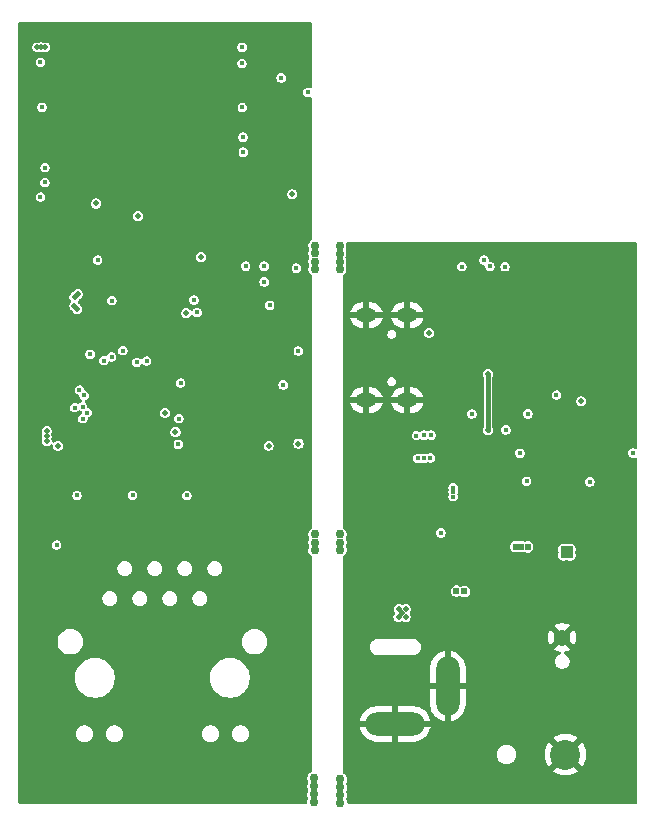
<source format=gbr>
%TF.GenerationSoftware,KiCad,Pcbnew,9.0.0*%
%TF.CreationDate,2025-04-12T10:41:42+08:00*%
%TF.ProjectId,ESP32-EVB_Rev_K1,45535033-322d-4455-9642-5f5265765f4b,K1*%
%TF.SameCoordinates,PXc1d4028PY6c847bc*%
%TF.FileFunction,Copper,L2,Inr*%
%TF.FilePolarity,Positive*%
%FSLAX46Y46*%
G04 Gerber Fmt 4.6, Leading zero omitted, Abs format (unit mm)*
G04 Created by KiCad (PCBNEW 9.0.0) date 2025-04-12 10:41:42*
%MOMM*%
%LPD*%
G01*
G04 APERTURE LIST*
%TA.AperFunction,ComponentPad*%
%ADD10O,5.000000X2.000000*%
%TD*%
%TA.AperFunction,ComponentPad*%
%ADD11O,2.000000X5.000000*%
%TD*%
%TA.AperFunction,ComponentPad*%
%ADD12C,2.540000*%
%TD*%
%TA.AperFunction,ComponentPad*%
%ADD13C,1.300000*%
%TD*%
%TA.AperFunction,ComponentPad*%
%ADD14C,2.000000*%
%TD*%
%TA.AperFunction,ComponentPad*%
%ADD15R,0.400000X0.400000*%
%TD*%
%TA.AperFunction,ComponentPad*%
%ADD16R,1.422400X1.422400*%
%TD*%
%TA.AperFunction,ComponentPad*%
%ADD17C,1.400000*%
%TD*%
%TA.AperFunction,ComponentPad*%
%ADD18O,1.800000X1.200000*%
%TD*%
%TA.AperFunction,ViaPad*%
%ADD19C,0.762000*%
%TD*%
%TA.AperFunction,ViaPad*%
%ADD20C,0.609600*%
%TD*%
%TA.AperFunction,ViaPad*%
%ADD21C,0.500000*%
%TD*%
%TA.AperFunction,ViaPad*%
%ADD22C,0.450000*%
%TD*%
%TA.AperFunction,Conductor*%
%ADD23C,0.508000*%
%TD*%
%TA.AperFunction,Conductor*%
%ADD24C,0.381000*%
%TD*%
G04 APERTURE END LIST*
D10*
%TO.N,PGND*%
%TO.C,PWR1*%
X32192983Y7031010D03*
D11*
X36642983Y10231010D03*
%TD*%
D12*
%TO.N,PGND*%
%TO.C,PWR2*%
X46597291Y4429099D03*
%TD*%
D13*
%TO.N,GND*%
%TO.C,U3*%
X9546949Y59863409D03*
X9546949Y58063409D03*
X9546949Y56263409D03*
X11346949Y59863409D03*
D14*
X11346949Y58063409D03*
D13*
X11346949Y56263409D03*
X13146949Y59863409D03*
X13146949Y58063409D03*
X13146949Y56263409D03*
%TD*%
D15*
%TO.N,GND*%
%TO.C,U4*%
X8916949Y32823409D03*
X9916949Y32823409D03*
X8116949Y33623409D03*
X10716949Y33623409D03*
D16*
X9416949Y34123409D03*
D15*
X8116949Y34623409D03*
X10716949Y34623409D03*
X8916949Y35423409D03*
X9916949Y35423409D03*
%TD*%
D17*
%TO.N,PGND*%
%TO.C,BAT1*%
X46310210Y14336180D03*
%TD*%
D18*
%TO.N,PGND*%
%TO.C,USB-UART1*%
X33202412Y34414736D03*
X33202412Y41614736D03*
X29732412Y34414736D03*
X29732412Y41614736D03*
%TD*%
D19*
%TO.N,*%
X25281059Y2405800D03*
X27492543Y46846858D03*
X25392721Y46852163D03*
X25376949Y23058696D03*
X25376949Y21747312D03*
X25376949Y22376782D03*
X25281059Y1741298D03*
X25392721Y46170249D03*
X27514461Y22376782D03*
X27492543Y45535474D03*
X25392721Y45540779D03*
X27492543Y47511360D03*
X27514461Y21747312D03*
X27538401Y2318307D03*
X27538401Y342421D03*
X27514461Y23058696D03*
X25281059Y429914D03*
X25392721Y47516665D03*
X27538401Y971891D03*
X27538401Y1653805D03*
X25281059Y1059384D03*
X27492543Y46164944D03*
D20*
%TO.N,+5V*%
X37366349Y18265526D03*
X38031630Y18236698D03*
X42870213Y22040305D03*
X42401190Y22033652D03*
X43405765Y22017020D03*
D21*
%TO.N,GND*%
X16079235Y21593103D03*
X20038764Y22813260D03*
D22*
X22915491Y55297778D03*
D21*
X8779274Y30148611D03*
X19261213Y27191470D03*
X6441408Y31290489D03*
X14949910Y45027936D03*
X21127335Y16832098D03*
X22318319Y35091124D03*
X7286927Y16497153D03*
X8475368Y28594713D03*
D22*
X21865564Y45498466D03*
X19485731Y43421945D03*
D21*
X10002375Y23542961D03*
D22*
X10623143Y46005282D03*
D21*
X3558607Y45735983D03*
X12064667Y44803404D03*
D22*
X23522115Y58190909D03*
D21*
X18899621Y35063580D03*
X18531511Y16760324D03*
X8686519Y25169837D03*
X9916118Y27166436D03*
X3567391Y31465126D03*
X6605075Y25349272D03*
X13148466Y21545253D03*
X11569439Y22430465D03*
D22*
X19056318Y41757402D03*
D21*
X8431433Y45722415D03*
X19966990Y17693385D03*
X18340114Y26162710D03*
X21857037Y23291753D03*
X20307506Y32716069D03*
X7789345Y14427671D03*
X11342155Y25277498D03*
D22*
X17250209Y45271198D03*
D21*
X3640267Y45374342D03*
D22*
X22168876Y47889965D03*
X19486595Y45043066D03*
D21*
X12563836Y41401900D03*
X6485452Y27610151D03*
X18092118Y28277809D03*
X20600993Y25875614D03*
X16928560Y17190968D03*
X11859849Y28525551D03*
X17230162Y46483655D03*
X7729533Y19667169D03*
X17694149Y19152789D03*
X19731205Y29160970D03*
X6222280Y18135991D03*
X8279800Y22107483D03*
X12036420Y50083793D03*
D22*
X22378862Y49873159D03*
D21*
X5605781Y47963409D03*
X20254086Y20492569D03*
X3558607Y46117067D03*
X5747506Y29918975D03*
X9464070Y21377781D03*
X6688811Y23949680D03*
X13172390Y25385159D03*
X17598450Y23901831D03*
X14344698Y24165002D03*
X19264677Y38533956D03*
X15947649Y25767954D03*
X6027126Y47963409D03*
D22*
%TO.N,/GPI34{slash}BUT1*%
X6981885Y46293351D03*
X2279576Y59227770D03*
X8186060Y42858407D03*
%TO.N,/ESP_EN*%
X21087191Y44458572D03*
X2136752Y63036091D03*
D20*
%TO.N,Net-(D4-K)*%
X46979624Y21804792D03*
X46449616Y21324680D03*
X46979624Y21324680D03*
X46449616Y21792595D03*
D22*
%TO.N,Net-(U4-NRST)*%
X5033148Y33802252D03*
X5838729Y34831359D03*
X23973125Y38599764D03*
D21*
%TO.N,Net-(U5-V3)*%
X40029535Y31889882D03*
X40033730Y36631640D03*
D22*
%TO.N,Net-(CHARGE1-K)*%
X36051035Y23201063D03*
%TO.N,Net-(D7-K)*%
X38670804Y33260977D03*
%TO.N,/GPIO3{slash}U0RXD*%
X24781779Y60490461D03*
%TO.N,/GPIO1{slash}U0TXD*%
X23809223Y45599881D03*
X21553825Y42465657D03*
X22527515Y61725543D03*
%TO.N,Net-(D8-A)*%
X43416650Y33277815D03*
D21*
%TO.N,/VDD1A-2A*%
X2674255Y30965150D03*
X3621333Y30581677D03*
D22*
X3512679Y22166112D03*
D21*
X2674255Y31358120D03*
D22*
X14543731Y26366429D03*
D21*
X2674255Y31803859D03*
D22*
X9940814Y26376409D03*
X13815107Y30694409D03*
X5240600Y26373914D03*
%TO.N,/VDDCR*%
X14016232Y35887626D03*
D21*
%TO.N,Net-(LAN1-AY)*%
X12700126Y33367743D03*
%TO.N,Net-(LAN1-KG)*%
X13578298Y31726160D03*
D22*
%TO.N,Net-(Q4-B)*%
X41476936Y45729594D03*
%TO.N,Net-(Q4-E)*%
X39703129Y46290925D03*
%TO.N,Net-(Q5-E)*%
X40199596Y45759531D03*
%TO.N,Net-(Q5-B)*%
X37829530Y45744562D03*
D21*
%TO.N,/+5V_USB*%
X35037080Y40138795D03*
X32478353Y16732661D03*
X47944652Y34327683D03*
X33071152Y16089354D03*
X33068494Y16732661D03*
X32462403Y16089354D03*
X32781398Y16381766D03*
D22*
%TO.N,/GPIO0{slash}XTAL1{slash}CLKIN*%
X15409743Y41864471D03*
X13867745Y32864043D03*
%TO.N,/OSC_DIS*%
X22700233Y35738184D03*
%TO.N,+3.3VLAN*%
X6356790Y38317799D03*
%TO.N,/BUT1*%
X19520775Y45786078D03*
X21080551Y45774851D03*
%TO.N,/GPIO26{slash}EMAC_RXD1(RMII)*%
X11129722Y37747946D03*
X2521060Y52864003D03*
%TO.N,/GPIO27{slash}EMAC_RX_CRS_DV*%
X8166949Y38098048D03*
X2149034Y51629169D03*
D21*
%TO.N,+3.3V*%
X2563642Y64303409D03*
X5032698Y43156882D03*
X5300889Y43425073D03*
X23476232Y51861948D03*
X10419786Y50016434D03*
X5270952Y42160206D03*
X1895033Y64300030D03*
X23989852Y30759216D03*
X6852213Y51084211D03*
X21465109Y30569610D03*
X5004007Y42427151D03*
X2197737Y64303409D03*
X14497115Y41818691D03*
X15752313Y46562981D03*
D22*
%TO.N,/GPIO25{slash}EMAC_RXD0(RMII)*%
X9115249Y38622079D03*
X10292328Y37629354D03*
X2526049Y54128987D03*
%TO.N,/GPIO18{slash}MDIO(RMII)*%
X19318629Y55421957D03*
X7509788Y37775361D03*
%TO.N,/GPIO22{slash}EMAC_TXD1(RMII)*%
X19204441Y62938599D03*
X5735353Y32872223D03*
%TO.N,/GPIO21{slash}EMAC_TX_EN(RMII)*%
X5715389Y33884012D03*
X19232558Y59216557D03*
%TO.N,/GPIO2{slash}HS2_DATA0*%
X15134483Y42910003D03*
%TO.N,/GPIO23{slash}MDC(RMII)*%
X19226894Y64308247D03*
X5446782Y35288856D03*
%TO.N,/GPIO19{slash}EMAC_TXD0(RMII)*%
X6097389Y33385123D03*
X19296176Y56701793D03*
%TO.N,PGND*%
X28365930Y30340596D03*
X52111764Y26210886D03*
X48069547Y30078115D03*
X33555288Y803965D03*
X28184893Y24818833D03*
X50289947Y22595769D03*
X34850197Y12055676D03*
X28190942Y33350385D03*
X31830687Y47069422D03*
X40457582Y47349403D03*
X44552294Y38372533D03*
X30087723Y24279612D03*
X33090599Y18740207D03*
X48979484Y26770847D03*
X52016493Y10976585D03*
D20*
X48666854Y22165020D03*
X49821841Y25409113D03*
D22*
X37317524Y978953D03*
X51899834Y7791808D03*
X35417935Y46999427D03*
X28235661Y17042826D03*
X52168149Y19632644D03*
X51596522Y733970D03*
X52331471Y14453007D03*
X37999328Y26516790D03*
X52356747Y28573220D03*
X52164260Y33525373D03*
X51864837Y3580437D03*
X33135318Y10463287D03*
X28218163Y20525081D03*
X32857282Y21524456D03*
X28453424Y43184695D03*
X28393150Y13315587D03*
X48155097Y1060614D03*
X32415924Y26432537D03*
X38782236Y28798112D03*
X28288158Y10200806D03*
X40560630Y26527160D03*
X43185446Y978953D03*
X29618064Y768968D03*
D20*
X48712290Y25497255D03*
D22*
X28768402Y46124489D03*
X48034550Y32230464D03*
X48349528Y28608218D03*
X43642358Y30638075D03*
X44254815Y32510444D03*
X28533141Y4251223D03*
X43287846Y26107190D03*
X52273141Y17089489D03*
X47124614Y27278311D03*
X44867272Y47086921D03*
%TO.N,/C_GPIO3{slash}U0RXD*%
X48660441Y27514150D03*
%TO.N,/C_GPIO1{slash}U0TXD*%
X52305934Y29941858D03*
%TO.N,/C_ESP_EN*%
X45836926Y34864399D03*
%TO.N,/C_GPIO0{slash}XTAL1{slash}CLKIN*%
X43306755Y27563696D03*
%TO.N,/C_GPIO2{slash}HS2_DATA0*%
X42725281Y29946626D03*
%TO.N,/C_OSC_DIS*%
X41540556Y31916538D03*
%TO.N,/C_D_Com*%
X37081883Y26269361D03*
X37081883Y27021590D03*
X37081883Y26669023D03*
%TO.N,/C_GPI34{slash}BUT1*%
X34105471Y29507498D03*
X34598029Y29507498D03*
X35168360Y29551700D03*
%TO.N,/C_BUT1*%
X35212431Y31467144D03*
X33970666Y31436035D03*
X34631731Y31467144D03*
%TD*%
D23*
%TO.N,Net-(U5-V3)*%
X40033730Y31894077D02*
X40029535Y31889882D01*
D24*
X40033730Y36631640D02*
X40033730Y31894077D01*
%TD*%
%TA.AperFunction,Conductor*%
%TO.N,GND*%
G36*
X25065076Y66449227D02*
G01*
X25110951Y66396527D01*
X25122274Y66344756D01*
X25122135Y60974419D01*
X25102449Y60907380D01*
X25049644Y60861626D01*
X24980485Y60851685D01*
X24945256Y60863879D01*
X24944961Y60863165D01*
X24937449Y60866276D01*
X24937448Y60866277D01*
X24937447Y60866277D01*
X24834874Y60893761D01*
X24728684Y60893761D01*
X24626109Y60866277D01*
X24534147Y60813181D01*
X24534144Y60813179D01*
X24459061Y60738096D01*
X24459059Y60738093D01*
X24405963Y60646131D01*
X24378479Y60543556D01*
X24378479Y60437367D01*
X24405963Y60334792D01*
X24432511Y60288811D01*
X24459059Y60242829D01*
X24534147Y60167741D01*
X24598915Y60130347D01*
X24626107Y60114647D01*
X24626111Y60114645D01*
X24728684Y60087161D01*
X24728686Y60087161D01*
X24834872Y60087161D01*
X24834874Y60087161D01*
X24937447Y60114645D01*
X24937454Y60114650D01*
X24944961Y60117757D01*
X24945615Y60116177D01*
X25003996Y60130347D01*
X25070025Y60107503D01*
X25113223Y60052588D01*
X25122111Y60006484D01*
X25121801Y48077662D01*
X25102115Y48010623D01*
X25059806Y47970281D01*
X25049308Y47964220D01*
X25049300Y47964214D01*
X24945172Y47860086D01*
X24945168Y47860080D01*
X24871538Y47732551D01*
X24871537Y47732547D01*
X24833421Y47590298D01*
X24833421Y47443032D01*
X24871537Y47300783D01*
X24902927Y47246413D01*
X24919398Y47178512D01*
X24902927Y47122415D01*
X24871537Y47068046D01*
X24871537Y47068045D01*
X24833421Y46925796D01*
X24833421Y46778530D01*
X24846881Y46728299D01*
X24871538Y46636278D01*
X24907953Y46573206D01*
X24924426Y46505306D01*
X24907953Y46449206D01*
X24871538Y46386135D01*
X24871537Y46386131D01*
X24833421Y46243882D01*
X24833421Y46096616D01*
X24853285Y46022483D01*
X24871537Y45954366D01*
X24871539Y45954363D01*
X24892814Y45917512D01*
X24909285Y45849612D01*
X24892814Y45793516D01*
X24871539Y45756666D01*
X24871537Y45756663D01*
X24862184Y45721757D01*
X24833421Y45614412D01*
X24833421Y45467146D01*
X24871537Y45324897D01*
X24871538Y45324894D01*
X24899097Y45277161D01*
X24945170Y45197361D01*
X25049303Y45093228D01*
X25060448Y45086794D01*
X25108663Y45036229D01*
X25122449Y44979406D01*
X25122449Y23629176D01*
X25102764Y23562137D01*
X25060451Y23521790D01*
X25033534Y23506249D01*
X25033528Y23506245D01*
X24929400Y23402117D01*
X24929396Y23402111D01*
X24855766Y23274582D01*
X24855765Y23274578D01*
X24817649Y23132329D01*
X24817649Y22985063D01*
X24855765Y22842814D01*
X24855766Y22842811D01*
X24892181Y22779739D01*
X24908654Y22711839D01*
X24892181Y22655739D01*
X24855766Y22592668D01*
X24855765Y22592664D01*
X24817649Y22450415D01*
X24817649Y22303149D01*
X24840142Y22219205D01*
X24855765Y22160899D01*
X24855767Y22160896D01*
X24877042Y22124045D01*
X24893513Y22056145D01*
X24877042Y22000049D01*
X24855767Y21963199D01*
X24855765Y21963196D01*
X24843784Y21918481D01*
X24817649Y21820945D01*
X24817649Y21673679D01*
X24835628Y21606582D01*
X24855766Y21531427D01*
X24876079Y21496245D01*
X24929398Y21403894D01*
X24929400Y21403892D01*
X25033531Y21299761D01*
X25060448Y21284221D01*
X25108664Y21233654D01*
X25122449Y21176833D01*
X25122449Y3031642D01*
X25102764Y2964603D01*
X25060449Y2924255D01*
X24937644Y2853354D01*
X24937638Y2853349D01*
X24833510Y2749221D01*
X24833506Y2749215D01*
X24759876Y2621686D01*
X24759875Y2621682D01*
X24721759Y2479433D01*
X24721759Y2332167D01*
X24759875Y2189918D01*
X24791265Y2135548D01*
X24807736Y2067647D01*
X24791265Y2011550D01*
X24759875Y1957181D01*
X24759875Y1957180D01*
X24721759Y1814931D01*
X24721759Y1667665D01*
X24759875Y1525416D01*
X24759876Y1525413D01*
X24796291Y1462341D01*
X24812764Y1394441D01*
X24796291Y1338341D01*
X24759876Y1275270D01*
X24759875Y1275266D01*
X24721759Y1133017D01*
X24721759Y985751D01*
X24750346Y879065D01*
X24759875Y843501D01*
X24759877Y843498D01*
X24781152Y806647D01*
X24797623Y738747D01*
X24781152Y682651D01*
X24759877Y645801D01*
X24759875Y645798D01*
X24740817Y574672D01*
X24721759Y503547D01*
X24721759Y503545D01*
X24721759Y393368D01*
X24702074Y326329D01*
X24649270Y280574D01*
X24597753Y269368D01*
X355443Y270617D01*
X288404Y290305D01*
X242652Y343111D01*
X231449Y394617D01*
X231449Y6251645D01*
X5133649Y6251645D01*
X5133649Y6108174D01*
X5161635Y5967480D01*
X5161637Y5967472D01*
X5216537Y5834932D01*
X5296242Y5715643D01*
X5397682Y5614203D01*
X5397685Y5614201D01*
X5516970Y5534498D01*
X5649512Y5479597D01*
X5790213Y5451610D01*
X5790217Y5451609D01*
X5790218Y5451609D01*
X5933681Y5451609D01*
X5933682Y5451610D01*
X6074386Y5479597D01*
X6206928Y5534498D01*
X6326213Y5614201D01*
X6427657Y5715645D01*
X6507360Y5834930D01*
X6562261Y5967472D01*
X6590249Y6108178D01*
X6590249Y6251640D01*
X6590248Y6251645D01*
X7673649Y6251645D01*
X7673649Y6108174D01*
X7701635Y5967480D01*
X7701637Y5967472D01*
X7756537Y5834932D01*
X7836242Y5715643D01*
X7937682Y5614203D01*
X7937685Y5614201D01*
X8056970Y5534498D01*
X8189512Y5479597D01*
X8330213Y5451610D01*
X8330217Y5451609D01*
X8330218Y5451609D01*
X8473681Y5451609D01*
X8473682Y5451610D01*
X8614386Y5479597D01*
X8746928Y5534498D01*
X8866213Y5614201D01*
X8967657Y5715645D01*
X9047360Y5834930D01*
X9102261Y5967472D01*
X9130249Y6108178D01*
X9130249Y6251640D01*
X9130248Y6251645D01*
X15813649Y6251645D01*
X15813649Y6108174D01*
X15841635Y5967480D01*
X15841637Y5967472D01*
X15896537Y5834932D01*
X15976242Y5715643D01*
X16077682Y5614203D01*
X16077685Y5614201D01*
X16196970Y5534498D01*
X16329512Y5479597D01*
X16470213Y5451610D01*
X16470217Y5451609D01*
X16470218Y5451609D01*
X16613681Y5451609D01*
X16613682Y5451610D01*
X16754386Y5479597D01*
X16886928Y5534498D01*
X17006213Y5614201D01*
X17107657Y5715645D01*
X17187360Y5834930D01*
X17242261Y5967472D01*
X17270249Y6108178D01*
X17270249Y6251640D01*
X17270248Y6251645D01*
X18353649Y6251645D01*
X18353649Y6108174D01*
X18381635Y5967480D01*
X18381637Y5967472D01*
X18436537Y5834932D01*
X18516242Y5715643D01*
X18617682Y5614203D01*
X18617685Y5614201D01*
X18736970Y5534498D01*
X18869512Y5479597D01*
X19010213Y5451610D01*
X19010217Y5451609D01*
X19010218Y5451609D01*
X19153681Y5451609D01*
X19153682Y5451610D01*
X19294386Y5479597D01*
X19426928Y5534498D01*
X19546213Y5614201D01*
X19647657Y5715645D01*
X19727360Y5834930D01*
X19782261Y5967472D01*
X19810249Y6108178D01*
X19810249Y6251640D01*
X19782261Y6392346D01*
X19727360Y6524888D01*
X19647657Y6644173D01*
X19647655Y6644176D01*
X19546215Y6745616D01*
X19486570Y6785469D01*
X19426928Y6825320D01*
X19294386Y6880221D01*
X19294378Y6880223D01*
X19153684Y6908209D01*
X19153680Y6908209D01*
X19010218Y6908209D01*
X19010213Y6908209D01*
X18869519Y6880223D01*
X18869511Y6880221D01*
X18736971Y6825321D01*
X18617682Y6745616D01*
X18516242Y6644176D01*
X18436537Y6524887D01*
X18381637Y6392347D01*
X18381635Y6392339D01*
X18353649Y6251645D01*
X17270248Y6251645D01*
X17242261Y6392346D01*
X17187360Y6524888D01*
X17107657Y6644173D01*
X17107655Y6644176D01*
X17006215Y6745616D01*
X16946570Y6785469D01*
X16886928Y6825320D01*
X16754386Y6880221D01*
X16754378Y6880223D01*
X16613684Y6908209D01*
X16613680Y6908209D01*
X16470218Y6908209D01*
X16470213Y6908209D01*
X16329519Y6880223D01*
X16329511Y6880221D01*
X16196971Y6825321D01*
X16077682Y6745616D01*
X15976242Y6644176D01*
X15896537Y6524887D01*
X15841637Y6392347D01*
X15841635Y6392339D01*
X15813649Y6251645D01*
X9130248Y6251645D01*
X9102261Y6392346D01*
X9047360Y6524888D01*
X8967657Y6644173D01*
X8967655Y6644176D01*
X8866215Y6745616D01*
X8806570Y6785469D01*
X8746928Y6825320D01*
X8614386Y6880221D01*
X8614378Y6880223D01*
X8473684Y6908209D01*
X8473680Y6908209D01*
X8330218Y6908209D01*
X8330213Y6908209D01*
X8189519Y6880223D01*
X8189511Y6880221D01*
X8056971Y6825321D01*
X7937682Y6745616D01*
X7836242Y6644176D01*
X7756537Y6524887D01*
X7701637Y6392347D01*
X7701635Y6392339D01*
X7673649Y6251645D01*
X6590248Y6251645D01*
X6562261Y6392346D01*
X6507360Y6524888D01*
X6427657Y6644173D01*
X6427655Y6644176D01*
X6326215Y6745616D01*
X6266570Y6785469D01*
X6206928Y6825320D01*
X6074386Y6880221D01*
X6074378Y6880223D01*
X5933684Y6908209D01*
X5933680Y6908209D01*
X5790218Y6908209D01*
X5790213Y6908209D01*
X5649519Y6880223D01*
X5649511Y6880221D01*
X5516971Y6825321D01*
X5397682Y6745616D01*
X5296242Y6644176D01*
X5216537Y6524887D01*
X5161637Y6392347D01*
X5161635Y6392339D01*
X5133649Y6251645D01*
X231449Y6251645D01*
X231449Y11038307D01*
X5080249Y11038307D01*
X5080249Y10818512D01*
X5108936Y10600603D01*
X5165824Y10388295D01*
X5249933Y10185239D01*
X5249941Y10185222D01*
X5359828Y9994890D01*
X5359830Y9994886D01*
X5493634Y9820512D01*
X5493642Y9820503D01*
X5649043Y9665102D01*
X5649051Y9665095D01*
X5823425Y9531291D01*
X5823429Y9531289D01*
X6013761Y9421402D01*
X6013764Y9421401D01*
X6013772Y9421396D01*
X6216835Y9337284D01*
X6429139Y9280397D01*
X6592573Y9258881D01*
X6647051Y9251709D01*
X6647052Y9251709D01*
X6866847Y9251709D01*
X6910428Y9257447D01*
X7084759Y9280397D01*
X7297063Y9337284D01*
X7500126Y9421396D01*
X7690468Y9531289D01*
X7690472Y9531291D01*
X7723385Y9556547D01*
X7864846Y9665094D01*
X7864850Y9665099D01*
X7864855Y9665102D01*
X8020256Y9820503D01*
X8020259Y9820508D01*
X8020264Y9820512D01*
X8154066Y9994885D01*
X8263962Y10185232D01*
X8348074Y10388295D01*
X8404961Y10600599D01*
X8433649Y10818512D01*
X8433649Y11038306D01*
X8433649Y11038307D01*
X16510249Y11038307D01*
X16510249Y10818512D01*
X16538936Y10600603D01*
X16595824Y10388295D01*
X16679933Y10185239D01*
X16679941Y10185222D01*
X16789828Y9994890D01*
X16789830Y9994886D01*
X16923634Y9820512D01*
X16923642Y9820503D01*
X17079043Y9665102D01*
X17079051Y9665095D01*
X17253425Y9531291D01*
X17253429Y9531289D01*
X17443761Y9421402D01*
X17443764Y9421401D01*
X17443772Y9421396D01*
X17646835Y9337284D01*
X17859139Y9280397D01*
X18022573Y9258881D01*
X18077051Y9251709D01*
X18077052Y9251709D01*
X18296847Y9251709D01*
X18340428Y9257447D01*
X18514759Y9280397D01*
X18727063Y9337284D01*
X18930126Y9421396D01*
X19120468Y9531289D01*
X19120472Y9531291D01*
X19153385Y9556547D01*
X19294846Y9665094D01*
X19294850Y9665099D01*
X19294855Y9665102D01*
X19450256Y9820503D01*
X19450259Y9820508D01*
X19450264Y9820512D01*
X19584066Y9994885D01*
X19693962Y10185232D01*
X19778074Y10388295D01*
X19834961Y10600599D01*
X19863649Y10818512D01*
X19863649Y11038306D01*
X19834961Y11256219D01*
X19778074Y11468523D01*
X19693962Y11671586D01*
X19693956Y11671597D01*
X19584069Y11861929D01*
X19584067Y11861933D01*
X19450263Y12036307D01*
X19450256Y12036315D01*
X19294855Y12191716D01*
X19294846Y12191724D01*
X19120472Y12325528D01*
X19120468Y12325530D01*
X18930136Y12435417D01*
X18930128Y12435421D01*
X18930126Y12435422D01*
X18727063Y12519534D01*
X18514759Y12576421D01*
X18514758Y12576422D01*
X18514755Y12576422D01*
X18296847Y12605109D01*
X18296846Y12605109D01*
X18077052Y12605109D01*
X18077051Y12605109D01*
X17859142Y12576422D01*
X17646834Y12519534D01*
X17443778Y12435425D01*
X17443761Y12435417D01*
X17253429Y12325530D01*
X17253425Y12325528D01*
X17079051Y12191724D01*
X16923634Y12036307D01*
X16789830Y11861933D01*
X16789828Y11861929D01*
X16679941Y11671597D01*
X16679933Y11671580D01*
X16595824Y11468524D01*
X16538936Y11256216D01*
X16510249Y11038307D01*
X8433649Y11038307D01*
X8404961Y11256219D01*
X8348074Y11468523D01*
X8263962Y11671586D01*
X8263956Y11671597D01*
X8154069Y11861929D01*
X8154067Y11861933D01*
X8020263Y12036307D01*
X8020256Y12036315D01*
X7864855Y12191716D01*
X7864846Y12191724D01*
X7690472Y12325528D01*
X7690468Y12325530D01*
X7500136Y12435417D01*
X7500128Y12435421D01*
X7500126Y12435422D01*
X7297063Y12519534D01*
X7084759Y12576421D01*
X7084758Y12576422D01*
X7084755Y12576422D01*
X6866847Y12605109D01*
X6866846Y12605109D01*
X6647052Y12605109D01*
X6647051Y12605109D01*
X6429142Y12576422D01*
X6216834Y12519534D01*
X6013778Y12435425D01*
X6013761Y12435417D01*
X5823429Y12325530D01*
X5823425Y12325528D01*
X5649051Y12191724D01*
X5493634Y12036307D01*
X5359830Y11861933D01*
X5359828Y11861929D01*
X5249941Y11671597D01*
X5249933Y11671580D01*
X5165824Y11468524D01*
X5108936Y11256216D01*
X5080249Y11038307D01*
X231449Y11038307D01*
X231449Y14063273D01*
X3593649Y14063273D01*
X3593649Y13893546D01*
X3620201Y13725906D01*
X3672647Y13564489D01*
X3672648Y13564486D01*
X3749704Y13413257D01*
X3849468Y13275944D01*
X3969484Y13155928D01*
X4106797Y13056164D01*
X4180970Y13018371D01*
X4258025Y12979109D01*
X4258028Y12979108D01*
X4338736Y12952885D01*
X4419447Y12926661D01*
X4587085Y12900109D01*
X4587086Y12900109D01*
X4756812Y12900109D01*
X4756813Y12900109D01*
X4924451Y12926661D01*
X5085872Y12979109D01*
X5237101Y13056164D01*
X5374414Y13155928D01*
X5494430Y13275944D01*
X5594194Y13413257D01*
X5671249Y13564486D01*
X5723697Y13725907D01*
X5750249Y13893545D01*
X5750249Y14063273D01*
X19193649Y14063273D01*
X19193649Y13893546D01*
X19220201Y13725906D01*
X19272647Y13564489D01*
X19272648Y13564486D01*
X19349704Y13413257D01*
X19449468Y13275944D01*
X19569484Y13155928D01*
X19706797Y13056164D01*
X19780970Y13018371D01*
X19858025Y12979109D01*
X19858028Y12979108D01*
X19938736Y12952885D01*
X20019447Y12926661D01*
X20187085Y12900109D01*
X20187086Y12900109D01*
X20356812Y12900109D01*
X20356813Y12900109D01*
X20524451Y12926661D01*
X20685872Y12979109D01*
X20837101Y13056164D01*
X20974414Y13155928D01*
X21094430Y13275944D01*
X21194194Y13413257D01*
X21271249Y13564486D01*
X21323697Y13725907D01*
X21350249Y13893545D01*
X21350249Y14063273D01*
X21323697Y14230911D01*
X21271249Y14392332D01*
X21271249Y14392333D01*
X21194193Y14543562D01*
X21094430Y14680874D01*
X20974414Y14800890D01*
X20837101Y14900654D01*
X20685872Y14977710D01*
X20685869Y14977711D01*
X20524452Y15030157D01*
X20440632Y15043433D01*
X20356813Y15056709D01*
X20187085Y15056709D01*
X20131205Y15047859D01*
X20019445Y15030157D01*
X19858028Y14977711D01*
X19858025Y14977710D01*
X19706796Y14900654D01*
X19628454Y14843735D01*
X19569484Y14800890D01*
X19569482Y14800888D01*
X19569481Y14800888D01*
X19449470Y14680877D01*
X19449470Y14680876D01*
X19449468Y14680874D01*
X19406623Y14621904D01*
X19349704Y14543562D01*
X19272648Y14392333D01*
X19272647Y14392330D01*
X19220201Y14230913D01*
X19193649Y14063273D01*
X5750249Y14063273D01*
X5723697Y14230911D01*
X5671249Y14392332D01*
X5671249Y14392333D01*
X5594193Y14543562D01*
X5494430Y14680874D01*
X5374414Y14800890D01*
X5237101Y14900654D01*
X5085872Y14977710D01*
X5085869Y14977711D01*
X4924452Y15030157D01*
X4840632Y15043433D01*
X4756813Y15056709D01*
X4587085Y15056709D01*
X4531205Y15047859D01*
X4419445Y15030157D01*
X4258028Y14977711D01*
X4258025Y14977710D01*
X4106796Y14900654D01*
X4028454Y14843735D01*
X3969484Y14800890D01*
X3969482Y14800888D01*
X3969481Y14800888D01*
X3849470Y14680877D01*
X3849470Y14680876D01*
X3849468Y14680874D01*
X3806623Y14621904D01*
X3749704Y14543562D01*
X3672648Y14392333D01*
X3672647Y14392330D01*
X3620201Y14230913D01*
X3593649Y14063273D01*
X231449Y14063273D01*
X231449Y17690296D01*
X7388649Y17690296D01*
X7388649Y17566523D01*
X7412792Y17445149D01*
X7412794Y17445141D01*
X7460156Y17330799D01*
X7528916Y17227891D01*
X7616430Y17140377D01*
X7667884Y17105997D01*
X7719337Y17071617D01*
X7833681Y17024254D01*
X7955062Y17000110D01*
X7955066Y17000109D01*
X7955067Y17000109D01*
X8078832Y17000109D01*
X8078833Y17000110D01*
X8200217Y17024254D01*
X8314561Y17071617D01*
X8417467Y17140377D01*
X8504981Y17227891D01*
X8573741Y17330797D01*
X8621104Y17445141D01*
X8645249Y17566527D01*
X8645249Y17690291D01*
X8645248Y17690296D01*
X9928649Y17690296D01*
X9928649Y17566523D01*
X9952792Y17445149D01*
X9952794Y17445141D01*
X10000156Y17330799D01*
X10068916Y17227891D01*
X10156430Y17140377D01*
X10207884Y17105997D01*
X10259337Y17071617D01*
X10373681Y17024254D01*
X10495062Y17000110D01*
X10495066Y17000109D01*
X10495067Y17000109D01*
X10618832Y17000109D01*
X10618833Y17000110D01*
X10740217Y17024254D01*
X10854561Y17071617D01*
X10957467Y17140377D01*
X11044981Y17227891D01*
X11113741Y17330797D01*
X11161104Y17445141D01*
X11185249Y17566527D01*
X11185249Y17690291D01*
X11185248Y17690296D01*
X12468649Y17690296D01*
X12468649Y17566523D01*
X12492792Y17445149D01*
X12492794Y17445141D01*
X12540156Y17330799D01*
X12608916Y17227891D01*
X12696430Y17140377D01*
X12747884Y17105997D01*
X12799337Y17071617D01*
X12913681Y17024254D01*
X13035062Y17000110D01*
X13035066Y17000109D01*
X13035067Y17000109D01*
X13158832Y17000109D01*
X13158833Y17000110D01*
X13280217Y17024254D01*
X13394561Y17071617D01*
X13497467Y17140377D01*
X13584981Y17227891D01*
X13653741Y17330797D01*
X13701104Y17445141D01*
X13725249Y17566527D01*
X13725249Y17690291D01*
X13725248Y17690296D01*
X15008649Y17690296D01*
X15008649Y17566523D01*
X15032792Y17445149D01*
X15032794Y17445141D01*
X15080156Y17330799D01*
X15148916Y17227891D01*
X15236430Y17140377D01*
X15287884Y17105997D01*
X15339337Y17071617D01*
X15453681Y17024254D01*
X15575062Y17000110D01*
X15575066Y17000109D01*
X15575067Y17000109D01*
X15698832Y17000109D01*
X15698833Y17000110D01*
X15820217Y17024254D01*
X15934561Y17071617D01*
X16037467Y17140377D01*
X16124981Y17227891D01*
X16193741Y17330797D01*
X16241104Y17445141D01*
X16265249Y17566527D01*
X16265249Y17690291D01*
X16241104Y17811677D01*
X16193741Y17926021D01*
X16159361Y17977474D01*
X16124981Y18028928D01*
X16037467Y18116442D01*
X15960461Y18167895D01*
X15934561Y18185201D01*
X15820217Y18232564D01*
X15820209Y18232566D01*
X15698835Y18256709D01*
X15698831Y18256709D01*
X15575067Y18256709D01*
X15575062Y18256709D01*
X15453688Y18232566D01*
X15453680Y18232564D01*
X15339338Y18185202D01*
X15236430Y18116442D01*
X15148916Y18028928D01*
X15080156Y17926020D01*
X15032794Y17811678D01*
X15032792Y17811670D01*
X15008649Y17690296D01*
X13725248Y17690296D01*
X13701104Y17811677D01*
X13653741Y17926021D01*
X13619361Y17977474D01*
X13584981Y18028928D01*
X13497467Y18116442D01*
X13420461Y18167895D01*
X13394561Y18185201D01*
X13280217Y18232564D01*
X13280209Y18232566D01*
X13158835Y18256709D01*
X13158831Y18256709D01*
X13035067Y18256709D01*
X13035062Y18256709D01*
X12913688Y18232566D01*
X12913680Y18232564D01*
X12799338Y18185202D01*
X12696430Y18116442D01*
X12608916Y18028928D01*
X12540156Y17926020D01*
X12492794Y17811678D01*
X12492792Y17811670D01*
X12468649Y17690296D01*
X11185248Y17690296D01*
X11161104Y17811677D01*
X11113741Y17926021D01*
X11079361Y17977474D01*
X11044981Y18028928D01*
X10957467Y18116442D01*
X10880461Y18167895D01*
X10854561Y18185201D01*
X10740217Y18232564D01*
X10740209Y18232566D01*
X10618835Y18256709D01*
X10618831Y18256709D01*
X10495067Y18256709D01*
X10495062Y18256709D01*
X10373688Y18232566D01*
X10373680Y18232564D01*
X10259338Y18185202D01*
X10156430Y18116442D01*
X10068916Y18028928D01*
X10000156Y17926020D01*
X9952794Y17811678D01*
X9952792Y17811670D01*
X9928649Y17690296D01*
X8645248Y17690296D01*
X8621104Y17811677D01*
X8573741Y17926021D01*
X8539361Y17977474D01*
X8504981Y18028928D01*
X8417467Y18116442D01*
X8340461Y18167895D01*
X8314561Y18185201D01*
X8200217Y18232564D01*
X8200209Y18232566D01*
X8078835Y18256709D01*
X8078831Y18256709D01*
X7955067Y18256709D01*
X7955062Y18256709D01*
X7833688Y18232566D01*
X7833680Y18232564D01*
X7719338Y18185202D01*
X7616430Y18116442D01*
X7528916Y18028928D01*
X7460156Y17926020D01*
X7412794Y17811678D01*
X7412792Y17811670D01*
X7388649Y17690296D01*
X231449Y17690296D01*
X231449Y20230296D01*
X8658649Y20230296D01*
X8658649Y20106523D01*
X8682792Y19985149D01*
X8682794Y19985141D01*
X8730156Y19870799D01*
X8798916Y19767891D01*
X8886430Y19680377D01*
X8937884Y19645997D01*
X8989337Y19611617D01*
X9103681Y19564254D01*
X9225062Y19540110D01*
X9225066Y19540109D01*
X9225067Y19540109D01*
X9348832Y19540109D01*
X9348833Y19540110D01*
X9470217Y19564254D01*
X9584561Y19611617D01*
X9687467Y19680377D01*
X9774981Y19767891D01*
X9843741Y19870797D01*
X9891104Y19985141D01*
X9915249Y20106527D01*
X9915249Y20230291D01*
X9915248Y20230296D01*
X11198649Y20230296D01*
X11198649Y20106523D01*
X11222792Y19985149D01*
X11222794Y19985141D01*
X11270156Y19870799D01*
X11338916Y19767891D01*
X11426430Y19680377D01*
X11477884Y19645997D01*
X11529337Y19611617D01*
X11643681Y19564254D01*
X11765062Y19540110D01*
X11765066Y19540109D01*
X11765067Y19540109D01*
X11888832Y19540109D01*
X11888833Y19540110D01*
X12010217Y19564254D01*
X12124561Y19611617D01*
X12227467Y19680377D01*
X12314981Y19767891D01*
X12383741Y19870797D01*
X12431104Y19985141D01*
X12455249Y20106527D01*
X12455249Y20230291D01*
X12455248Y20230296D01*
X13738649Y20230296D01*
X13738649Y20106523D01*
X13762792Y19985149D01*
X13762794Y19985141D01*
X13810156Y19870799D01*
X13878916Y19767891D01*
X13966430Y19680377D01*
X14017884Y19645997D01*
X14069337Y19611617D01*
X14183681Y19564254D01*
X14305062Y19540110D01*
X14305066Y19540109D01*
X14305067Y19540109D01*
X14428832Y19540109D01*
X14428833Y19540110D01*
X14550217Y19564254D01*
X14664561Y19611617D01*
X14767467Y19680377D01*
X14854981Y19767891D01*
X14923741Y19870797D01*
X14971104Y19985141D01*
X14995249Y20106527D01*
X14995249Y20230291D01*
X14995248Y20230296D01*
X16278649Y20230296D01*
X16278649Y20106523D01*
X16302792Y19985149D01*
X16302794Y19985141D01*
X16350156Y19870799D01*
X16418916Y19767891D01*
X16506430Y19680377D01*
X16557884Y19645997D01*
X16609337Y19611617D01*
X16723681Y19564254D01*
X16845062Y19540110D01*
X16845066Y19540109D01*
X16845067Y19540109D01*
X16968832Y19540109D01*
X16968833Y19540110D01*
X17090217Y19564254D01*
X17204561Y19611617D01*
X17307467Y19680377D01*
X17394981Y19767891D01*
X17463741Y19870797D01*
X17511104Y19985141D01*
X17535249Y20106527D01*
X17535249Y20230291D01*
X17511104Y20351677D01*
X17463741Y20466021D01*
X17429361Y20517474D01*
X17394981Y20568928D01*
X17307467Y20656442D01*
X17230461Y20707895D01*
X17204561Y20725201D01*
X17090217Y20772564D01*
X17090209Y20772566D01*
X16968835Y20796709D01*
X16968831Y20796709D01*
X16845067Y20796709D01*
X16845062Y20796709D01*
X16723688Y20772566D01*
X16723680Y20772564D01*
X16609338Y20725202D01*
X16506430Y20656442D01*
X16418916Y20568928D01*
X16350156Y20466020D01*
X16302794Y20351678D01*
X16302792Y20351670D01*
X16278649Y20230296D01*
X14995248Y20230296D01*
X14971104Y20351677D01*
X14923741Y20466021D01*
X14889361Y20517474D01*
X14854981Y20568928D01*
X14767467Y20656442D01*
X14690461Y20707895D01*
X14664561Y20725201D01*
X14550217Y20772564D01*
X14550209Y20772566D01*
X14428835Y20796709D01*
X14428831Y20796709D01*
X14305067Y20796709D01*
X14305062Y20796709D01*
X14183688Y20772566D01*
X14183680Y20772564D01*
X14069338Y20725202D01*
X13966430Y20656442D01*
X13878916Y20568928D01*
X13810156Y20466020D01*
X13762794Y20351678D01*
X13762792Y20351670D01*
X13738649Y20230296D01*
X12455248Y20230296D01*
X12431104Y20351677D01*
X12383741Y20466021D01*
X12349361Y20517474D01*
X12314981Y20568928D01*
X12227467Y20656442D01*
X12150461Y20707895D01*
X12124561Y20725201D01*
X12010217Y20772564D01*
X12010209Y20772566D01*
X11888835Y20796709D01*
X11888831Y20796709D01*
X11765067Y20796709D01*
X11765062Y20796709D01*
X11643688Y20772566D01*
X11643680Y20772564D01*
X11529338Y20725202D01*
X11426430Y20656442D01*
X11338916Y20568928D01*
X11270156Y20466020D01*
X11222794Y20351678D01*
X11222792Y20351670D01*
X11198649Y20230296D01*
X9915248Y20230296D01*
X9891104Y20351677D01*
X9843741Y20466021D01*
X9809361Y20517474D01*
X9774981Y20568928D01*
X9687467Y20656442D01*
X9610461Y20707895D01*
X9584561Y20725201D01*
X9470217Y20772564D01*
X9470209Y20772566D01*
X9348835Y20796709D01*
X9348831Y20796709D01*
X9225067Y20796709D01*
X9225062Y20796709D01*
X9103688Y20772566D01*
X9103680Y20772564D01*
X8989338Y20725202D01*
X8886430Y20656442D01*
X8798916Y20568928D01*
X8730156Y20466020D01*
X8682794Y20351678D01*
X8682792Y20351670D01*
X8658649Y20230296D01*
X231449Y20230296D01*
X231449Y22219207D01*
X3109379Y22219207D01*
X3109379Y22113018D01*
X3136863Y22010443D01*
X3163411Y21964462D01*
X3189959Y21918480D01*
X3265047Y21843392D01*
X3357011Y21790296D01*
X3459584Y21762812D01*
X3459586Y21762812D01*
X3565772Y21762812D01*
X3565774Y21762812D01*
X3668347Y21790296D01*
X3760311Y21843392D01*
X3835399Y21918480D01*
X3888495Y22010444D01*
X3915979Y22113017D01*
X3915979Y22219207D01*
X3888495Y22321780D01*
X3835399Y22413744D01*
X3760311Y22488832D01*
X3714329Y22515380D01*
X3668348Y22541928D01*
X3617060Y22555670D01*
X3565774Y22569412D01*
X3459584Y22569412D01*
X3357009Y22541928D01*
X3265047Y22488832D01*
X3265044Y22488830D01*
X3189961Y22413747D01*
X3189959Y22413744D01*
X3136863Y22321782D01*
X3109379Y22219207D01*
X231449Y22219207D01*
X231449Y26427009D01*
X4837300Y26427009D01*
X4837300Y26320819D01*
X4839306Y26313334D01*
X4864784Y26218245D01*
X4869106Y26210760D01*
X4917880Y26126282D01*
X4992968Y26051194D01*
X5072608Y26005213D01*
X5080610Y26000593D01*
X5084932Y25998098D01*
X5187505Y25970614D01*
X5187507Y25970614D01*
X5293693Y25970614D01*
X5293695Y25970614D01*
X5396268Y25998098D01*
X5488232Y26051194D01*
X5563320Y26126282D01*
X5616416Y26218246D01*
X5643900Y26320819D01*
X5643900Y26427009D01*
X5643231Y26429504D01*
X9537514Y26429504D01*
X9537514Y26323314D01*
X9538183Y26320819D01*
X9564998Y26220740D01*
X9591546Y26174759D01*
X9618094Y26128777D01*
X9693182Y26053689D01*
X9785146Y26000593D01*
X9887719Y25973109D01*
X9887721Y25973109D01*
X9993907Y25973109D01*
X9993909Y25973109D01*
X10096482Y26000593D01*
X10188446Y26053689D01*
X10263534Y26128777D01*
X10316630Y26220741D01*
X10344114Y26323314D01*
X10344114Y26419524D01*
X14140431Y26419524D01*
X14140431Y26313335D01*
X14167915Y26210760D01*
X14194463Y26164779D01*
X14221011Y26118797D01*
X14296099Y26043709D01*
X14388063Y25990613D01*
X14490636Y25963129D01*
X14490638Y25963129D01*
X14596824Y25963129D01*
X14596826Y25963129D01*
X14699399Y25990613D01*
X14791363Y26043709D01*
X14866451Y26118797D01*
X14919547Y26210761D01*
X14947031Y26313334D01*
X14947031Y26419524D01*
X14919547Y26522097D01*
X14915225Y26529582D01*
X14912432Y26534421D01*
X14866451Y26614061D01*
X14791363Y26689149D01*
X14745381Y26715697D01*
X14699400Y26742245D01*
X14648112Y26755987D01*
X14596826Y26769729D01*
X14490636Y26769729D01*
X14388061Y26742245D01*
X14296099Y26689149D01*
X14296096Y26689147D01*
X14221013Y26614064D01*
X14221011Y26614061D01*
X14167915Y26522099D01*
X14140431Y26419524D01*
X10344114Y26419524D01*
X10344114Y26429504D01*
X10316630Y26532077D01*
X10263534Y26624041D01*
X10188446Y26699129D01*
X10113768Y26742245D01*
X10096483Y26752225D01*
X10031155Y26769729D01*
X9993909Y26779709D01*
X9887719Y26779709D01*
X9785144Y26752225D01*
X9693182Y26699129D01*
X9693179Y26699127D01*
X9618096Y26624044D01*
X9618094Y26624041D01*
X9564998Y26532079D01*
X9537514Y26429504D01*
X5643231Y26429504D01*
X5616416Y26529582D01*
X5614975Y26532077D01*
X5609301Y26541906D01*
X5563320Y26621546D01*
X5488232Y26696634D01*
X5442250Y26723182D01*
X5396269Y26749730D01*
X5344981Y26763472D01*
X5293695Y26777214D01*
X5187505Y26777214D01*
X5084930Y26749730D01*
X4992968Y26696634D01*
X4992965Y26696632D01*
X4917882Y26621549D01*
X4917880Y26621546D01*
X4864784Y26529584D01*
X4862778Y26522097D01*
X4837300Y26427009D01*
X231449Y26427009D01*
X231449Y31860246D01*
X2245955Y31860246D01*
X2245955Y31747472D01*
X2275143Y31638541D01*
X2275144Y31638540D01*
X2278254Y31631031D01*
X2275731Y31629986D01*
X2289046Y31575078D01*
X2276327Y31531747D01*
X2278254Y31530948D01*
X2275143Y31523440D01*
X2275143Y31523438D01*
X2245955Y31414507D01*
X2245955Y31414505D01*
X2245955Y31301734D01*
X2274895Y31193728D01*
X2274895Y31129543D01*
X2245955Y31021537D01*
X2245955Y30908763D01*
X2275143Y30799832D01*
X2331530Y30702167D01*
X2411272Y30622425D01*
X2508937Y30566038D01*
X2617868Y30536850D01*
X2617870Y30536850D01*
X2730639Y30536850D01*
X2730642Y30536850D01*
X2839573Y30566038D01*
X2937238Y30622425D01*
X2981352Y30666539D01*
X3042675Y30700024D01*
X3112367Y30695040D01*
X3168300Y30653168D01*
X3192717Y30587704D01*
X3193033Y30578858D01*
X3193033Y30525290D01*
X3222221Y30416359D01*
X3278608Y30318694D01*
X3358350Y30238952D01*
X3456015Y30182565D01*
X3564946Y30153377D01*
X3564948Y30153377D01*
X3677717Y30153377D01*
X3677720Y30153377D01*
X3786651Y30182565D01*
X3884316Y30238952D01*
X3964058Y30318694D01*
X4020445Y30416359D01*
X4049633Y30525290D01*
X4049633Y30638064D01*
X4020445Y30746995D01*
X4020151Y30747504D01*
X13411807Y30747504D01*
X13411807Y30641314D01*
X13416868Y30622426D01*
X13439291Y30538740D01*
X13447055Y30525293D01*
X13492387Y30446777D01*
X13567475Y30371689D01*
X13638095Y30330916D01*
X13659267Y30318692D01*
X13659439Y30318593D01*
X13762012Y30291109D01*
X13762014Y30291109D01*
X13868200Y30291109D01*
X13868202Y30291109D01*
X13970775Y30318593D01*
X14062739Y30371689D01*
X14137827Y30446777D01*
X14190923Y30538741D01*
X14214303Y30625997D01*
X21036809Y30625997D01*
X21036809Y30513223D01*
X21065997Y30404292D01*
X21122384Y30306627D01*
X21202126Y30226885D01*
X21299791Y30170498D01*
X21408722Y30141310D01*
X21408724Y30141310D01*
X21521493Y30141310D01*
X21521496Y30141310D01*
X21630427Y30170498D01*
X21728092Y30226885D01*
X21807834Y30306627D01*
X21864221Y30404292D01*
X21893409Y30513223D01*
X21893409Y30625997D01*
X21864221Y30734928D01*
X21817643Y30815603D01*
X23561552Y30815603D01*
X23561552Y30702829D01*
X23590740Y30593898D01*
X23647127Y30496233D01*
X23726869Y30416491D01*
X23824534Y30360104D01*
X23933465Y30330916D01*
X23933467Y30330916D01*
X24046236Y30330916D01*
X24046239Y30330916D01*
X24155170Y30360104D01*
X24252835Y30416491D01*
X24332577Y30496233D01*
X24388964Y30593898D01*
X24418152Y30702829D01*
X24418152Y30815603D01*
X24388964Y30924534D01*
X24332577Y31022199D01*
X24252835Y31101941D01*
X24155170Y31158328D01*
X24046239Y31187516D01*
X23933465Y31187516D01*
X23824534Y31158328D01*
X23824532Y31158328D01*
X23824532Y31158327D01*
X23726869Y31101941D01*
X23726866Y31101939D01*
X23647129Y31022202D01*
X23647127Y31022199D01*
X23590740Y30924534D01*
X23561552Y30815603D01*
X21817643Y30815603D01*
X21807834Y30832593D01*
X21728092Y30912335D01*
X21630427Y30968722D01*
X21521496Y30997910D01*
X21408722Y30997910D01*
X21299791Y30968722D01*
X21299789Y30968722D01*
X21299789Y30968721D01*
X21202126Y30912335D01*
X21202123Y30912333D01*
X21122386Y30832596D01*
X21122384Y30832593D01*
X21073257Y30747502D01*
X21065997Y30734928D01*
X21036809Y30625997D01*
X14214303Y30625997D01*
X14218407Y30641314D01*
X14218407Y30747504D01*
X14190923Y30850077D01*
X14137827Y30942041D01*
X14062739Y31017129D01*
X13993929Y31056857D01*
X13970776Y31070225D01*
X13919488Y31083967D01*
X13868202Y31097709D01*
X13762012Y31097709D01*
X13659439Y31070225D01*
X13636285Y31056858D01*
X13636284Y31056857D01*
X13567475Y31017129D01*
X13567472Y31017127D01*
X13492389Y30942044D01*
X13492387Y30942041D01*
X13439291Y30850079D01*
X13411807Y30747504D01*
X4020151Y30747504D01*
X3964058Y30844660D01*
X3884316Y30924402D01*
X3786651Y30980789D01*
X3677720Y31009977D01*
X3564946Y31009977D01*
X3456015Y30980789D01*
X3456013Y30980789D01*
X3456013Y30980788D01*
X3358350Y30924402D01*
X3358347Y30924400D01*
X3314236Y30880288D01*
X3252913Y30846803D01*
X3183221Y30851787D01*
X3127288Y30893659D01*
X3104334Y30947039D01*
X3102555Y30957428D01*
X3102555Y31021537D01*
X3073367Y31130468D01*
X3072734Y31131564D01*
X3071169Y31140705D01*
X3073615Y31161696D01*
X3073615Y31193728D01*
X3102555Y31301733D01*
X3102555Y31414507D01*
X3073367Y31523438D01*
X3073365Y31523441D01*
X3073365Y31523443D01*
X3070255Y31530952D01*
X3072779Y31531998D01*
X3059462Y31586888D01*
X3061877Y31606031D01*
X3065920Y31625645D01*
X3073367Y31638541D01*
X3102555Y31747472D01*
X3102555Y31782547D01*
X13149998Y31782547D01*
X13149998Y31669773D01*
X13179186Y31560842D01*
X13235573Y31463177D01*
X13315315Y31383435D01*
X13412980Y31327048D01*
X13521911Y31297860D01*
X13521913Y31297860D01*
X13577503Y31297860D01*
X13634685Y31297860D01*
X13743616Y31327048D01*
X13841281Y31383435D01*
X13921023Y31463177D01*
X13977410Y31560842D01*
X14006598Y31669773D01*
X14006598Y31782547D01*
X13977410Y31891478D01*
X13921023Y31989143D01*
X13841281Y32068885D01*
X13743616Y32125272D01*
X13634685Y32154460D01*
X13521911Y32154460D01*
X13412980Y32125272D01*
X13412978Y32125272D01*
X13412978Y32125271D01*
X13315315Y32068885D01*
X13315312Y32068883D01*
X13235575Y31989146D01*
X13235573Y31989143D01*
X13179186Y31891478D01*
X13149998Y31782547D01*
X3102555Y31782547D01*
X3102555Y31860246D01*
X3073367Y31969177D01*
X3016980Y32066842D01*
X2937238Y32146584D01*
X2839573Y32202971D01*
X2730642Y32232159D01*
X2617868Y32232159D01*
X2508937Y32202971D01*
X2508935Y32202971D01*
X2508935Y32202970D01*
X2411272Y32146584D01*
X2411269Y32146582D01*
X2331532Y32066845D01*
X2331530Y32066842D01*
X2275143Y31969177D01*
X2245955Y31860246D01*
X231449Y31860246D01*
X231449Y33855347D01*
X4629848Y33855347D01*
X4629848Y33749158D01*
X4657332Y33646583D01*
X4667031Y33629785D01*
X4710428Y33554620D01*
X4785516Y33479532D01*
X4877480Y33426436D01*
X4980053Y33398952D01*
X4980055Y33398952D01*
X5086241Y33398952D01*
X5086243Y33398952D01*
X5188816Y33426436D01*
X5280780Y33479532D01*
X5333772Y33532525D01*
X5353179Y33543122D01*
X5369889Y33557614D01*
X5383248Y33559541D01*
X5395093Y33566009D01*
X5417152Y33564432D01*
X5439043Y33567589D01*
X5456259Y33561635D01*
X5464785Y33561025D01*
X5472912Y33557661D01*
X5478312Y33555198D01*
X5559721Y33508196D01*
X5612162Y33494145D01*
X5621549Y33489863D01*
X5640471Y33473482D01*
X5661841Y33460457D01*
X5666431Y33451009D01*
X5674374Y33444132D01*
X5681436Y33420122D01*
X5692372Y33397610D01*
X5694082Y33377125D01*
X5694089Y33377102D01*
X5694085Y33377090D01*
X5694089Y33377045D01*
X5694089Y33373842D01*
X5674404Y33306803D01*
X5621600Y33261048D01*
X5602189Y33254070D01*
X5579685Y33248039D01*
X5579684Y33248039D01*
X5579682Y33248038D01*
X5487721Y33194943D01*
X5487718Y33194941D01*
X5412635Y33119858D01*
X5412633Y33119855D01*
X5359537Y33027893D01*
X5332053Y32925318D01*
X5332053Y32819129D01*
X5359537Y32716554D01*
X5364260Y32708374D01*
X5412633Y32624591D01*
X5487721Y32549503D01*
X5579685Y32496407D01*
X5682258Y32468923D01*
X5682260Y32468923D01*
X5788446Y32468923D01*
X5788448Y32468923D01*
X5891021Y32496407D01*
X5982985Y32549503D01*
X6058073Y32624591D01*
X6111169Y32716555D01*
X6138653Y32819128D01*
X6138653Y32883505D01*
X6148529Y32917138D01*
X13464445Y32917138D01*
X13464445Y32810949D01*
X13491929Y32708374D01*
X13518477Y32662393D01*
X13545025Y32616411D01*
X13620113Y32541323D01*
X13712077Y32488227D01*
X13814650Y32460743D01*
X13814652Y32460743D01*
X13920838Y32460743D01*
X13920840Y32460743D01*
X14023413Y32488227D01*
X14115377Y32541323D01*
X14190465Y32616411D01*
X14243561Y32708375D01*
X14271045Y32810948D01*
X14271045Y32917138D01*
X14243561Y33019711D01*
X14190465Y33111675D01*
X14115377Y33186763D01*
X14041435Y33229454D01*
X14023414Y33239859D01*
X13970387Y33254067D01*
X13920840Y33267343D01*
X13814650Y33267343D01*
X13712075Y33239859D01*
X13620113Y33186763D01*
X13620110Y33186761D01*
X13545027Y33111678D01*
X13545025Y33111675D01*
X13491929Y33019713D01*
X13464445Y32917138D01*
X6148529Y32917138D01*
X6158338Y32950544D01*
X6211142Y32996299D01*
X6230546Y33003276D01*
X6253057Y33009307D01*
X6345021Y33062403D01*
X6420109Y33137491D01*
X6473205Y33229455D01*
X6500689Y33332028D01*
X6500689Y33424130D01*
X12271826Y33424130D01*
X12271826Y33311356D01*
X12301014Y33202425D01*
X12357401Y33104760D01*
X12437143Y33025018D01*
X12534808Y32968631D01*
X12643739Y32939443D01*
X12643741Y32939443D01*
X12756510Y32939443D01*
X12756513Y32939443D01*
X12865444Y32968631D01*
X12963109Y33025018D01*
X13042851Y33104760D01*
X13099238Y33202425D01*
X13128426Y33311356D01*
X13128426Y33424130D01*
X13099238Y33533061D01*
X13042851Y33630726D01*
X12963109Y33710468D01*
X12865444Y33766855D01*
X12756513Y33796043D01*
X12643739Y33796043D01*
X12534808Y33766855D01*
X12534806Y33766855D01*
X12534806Y33766854D01*
X12437143Y33710468D01*
X12437140Y33710466D01*
X12357403Y33630729D01*
X12357401Y33630726D01*
X12320037Y33566009D01*
X12301014Y33533061D01*
X12271826Y33424130D01*
X6500689Y33424130D01*
X6500689Y33438218D01*
X6473205Y33540791D01*
X6420109Y33632755D01*
X6345021Y33707843D01*
X6253057Y33760939D01*
X6210595Y33772317D01*
X6150935Y33808681D01*
X6120406Y33871528D01*
X6118689Y33892091D01*
X6118689Y33937105D01*
X6118689Y33937107D01*
X6091205Y34039680D01*
X6038109Y34131644D01*
X5963021Y34206732D01*
X5963019Y34206733D01*
X5963017Y34206735D01*
X5937873Y34221252D01*
X5889658Y34271820D01*
X5876437Y34340428D01*
X5902406Y34405292D01*
X5959321Y34445819D01*
X5967744Y34448402D01*
X5994397Y34455543D01*
X6086361Y34508639D01*
X6161449Y34583727D01*
X6214545Y34675691D01*
X6242029Y34778264D01*
X6242029Y34884454D01*
X6214545Y34987027D01*
X6161449Y35078991D01*
X6086361Y35154079D01*
X6033264Y35184735D01*
X5994396Y35207176D01*
X5941987Y35221219D01*
X5882327Y35257584D01*
X5851799Y35320431D01*
X5850082Y35340993D01*
X5850082Y35341949D01*
X5850082Y35341951D01*
X5822598Y35444524D01*
X5769502Y35536488D01*
X5694414Y35611576D01*
X5645191Y35639995D01*
X5602451Y35664672D01*
X5551163Y35678414D01*
X5499877Y35692156D01*
X5393687Y35692156D01*
X5291112Y35664672D01*
X5199150Y35611576D01*
X5199147Y35611574D01*
X5124064Y35536491D01*
X5124062Y35536488D01*
X5070966Y35444526D01*
X5063179Y35415464D01*
X5043482Y35341951D01*
X5043482Y35235761D01*
X5057224Y35184475D01*
X5070966Y35133187D01*
X5097514Y35087206D01*
X5124062Y35041224D01*
X5199150Y34966136D01*
X5291114Y34913040D01*
X5343523Y34898998D01*
X5403183Y34862633D01*
X5433712Y34799787D01*
X5435429Y34779223D01*
X5435429Y34778265D01*
X5462913Y34675690D01*
X5489461Y34629709D01*
X5516009Y34583727D01*
X5591097Y34508639D01*
X5591100Y34508638D01*
X5591103Y34508635D01*
X5616243Y34494120D01*
X5664458Y34443553D01*
X5677680Y34374945D01*
X5651712Y34310081D01*
X5594797Y34269553D01*
X5586345Y34266962D01*
X5559721Y34259828D01*
X5559719Y34259828D01*
X5559719Y34259827D01*
X5467757Y34206732D01*
X5414763Y34153739D01*
X5353439Y34120255D01*
X5283747Y34125241D01*
X5265085Y34134034D01*
X5230955Y34153739D01*
X5188817Y34178068D01*
X5137529Y34191810D01*
X5086243Y34205552D01*
X4980053Y34205552D01*
X4877478Y34178068D01*
X4785516Y34124972D01*
X4785513Y34124970D01*
X4710430Y34049887D01*
X4710428Y34049884D01*
X4657332Y33957922D01*
X4629848Y33855347D01*
X231449Y33855347D01*
X231449Y35940721D01*
X13612932Y35940721D01*
X13612932Y35834531D01*
X13624521Y35791279D01*
X13640416Y35731957D01*
X13663396Y35692156D01*
X13693512Y35639994D01*
X13768600Y35564906D01*
X13860564Y35511810D01*
X13963137Y35484326D01*
X13963139Y35484326D01*
X14069325Y35484326D01*
X14069327Y35484326D01*
X14171900Y35511810D01*
X14263864Y35564906D01*
X14338952Y35639994D01*
X14392048Y35731958D01*
X14407943Y35791279D01*
X22296933Y35791279D01*
X22296933Y35685090D01*
X22324417Y35582515D01*
X22334584Y35564906D01*
X22377513Y35490552D01*
X22452601Y35415464D01*
X22544565Y35362368D01*
X22647138Y35334884D01*
X22647140Y35334884D01*
X22753326Y35334884D01*
X22753328Y35334884D01*
X22855901Y35362368D01*
X22947865Y35415464D01*
X23022953Y35490552D01*
X23076049Y35582516D01*
X23103533Y35685089D01*
X23103533Y35791279D01*
X23076049Y35893852D01*
X23022953Y35985816D01*
X22947865Y36060904D01*
X22901883Y36087452D01*
X22855902Y36114000D01*
X22804614Y36127742D01*
X22753328Y36141484D01*
X22647138Y36141484D01*
X22544563Y36114000D01*
X22452601Y36060904D01*
X22452598Y36060902D01*
X22377515Y35985819D01*
X22377513Y35985816D01*
X22324417Y35893854D01*
X22296933Y35791279D01*
X14407943Y35791279D01*
X14419532Y35834531D01*
X14419532Y35940721D01*
X14392048Y36043294D01*
X14338952Y36135258D01*
X14263864Y36210346D01*
X14217882Y36236894D01*
X14171901Y36263442D01*
X14120613Y36277184D01*
X14069327Y36290926D01*
X13963137Y36290926D01*
X13860562Y36263442D01*
X13768600Y36210346D01*
X13768597Y36210344D01*
X13693514Y36135261D01*
X13693512Y36135258D01*
X13640416Y36043296D01*
X13625016Y35985819D01*
X13612932Y35940721D01*
X231449Y35940721D01*
X231449Y37828456D01*
X7106488Y37828456D01*
X7106488Y37722266D01*
X7113834Y37694851D01*
X7133972Y37619692D01*
X7149800Y37592278D01*
X7187068Y37527729D01*
X7262156Y37452641D01*
X7354120Y37399545D01*
X7456693Y37372061D01*
X7456695Y37372061D01*
X7562881Y37372061D01*
X7562883Y37372061D01*
X7665456Y37399545D01*
X7757420Y37452641D01*
X7832508Y37527729D01*
X7885604Y37619693D01*
X7887563Y37627006D01*
X7921354Y37682449D01*
X9889028Y37682449D01*
X9889028Y37576260D01*
X9916512Y37473685D01*
X9928662Y37452642D01*
X9969608Y37381722D01*
X10044696Y37306634D01*
X10136660Y37253538D01*
X10239233Y37226054D01*
X10239235Y37226054D01*
X10345421Y37226054D01*
X10345423Y37226054D01*
X10447996Y37253538D01*
X10539960Y37306634D01*
X10615048Y37381722D01*
X10647916Y37438652D01*
X10698483Y37486867D01*
X10767090Y37500090D01*
X10831955Y37474122D01*
X10842984Y37464332D01*
X10882090Y37425226D01*
X10974054Y37372130D01*
X11076627Y37344646D01*
X11076629Y37344646D01*
X11182815Y37344646D01*
X11182817Y37344646D01*
X11285390Y37372130D01*
X11377354Y37425226D01*
X11452442Y37500314D01*
X11505538Y37592278D01*
X11533022Y37694851D01*
X11533022Y37801041D01*
X11505538Y37903614D01*
X11452442Y37995578D01*
X11377354Y38070666D01*
X11329870Y38098081D01*
X11285391Y38123762D01*
X11234103Y38137504D01*
X11182817Y38151246D01*
X11076627Y38151246D01*
X10974052Y38123762D01*
X10882090Y38070666D01*
X10882087Y38070664D01*
X10807004Y37995581D01*
X10807000Y37995575D01*
X10774132Y37938648D01*
X10723564Y37890433D01*
X10654957Y37877212D01*
X10590092Y37903181D01*
X10579065Y37912969D01*
X10539962Y37952072D01*
X10539960Y37952074D01*
X10493978Y37978622D01*
X10447997Y38005170D01*
X10381479Y38022993D01*
X10345423Y38032654D01*
X10239233Y38032654D01*
X10136658Y38005170D01*
X10044696Y37952074D01*
X10044693Y37952072D01*
X9969610Y37876989D01*
X9969608Y37876986D01*
X9916512Y37785024D01*
X9889028Y37682449D01*
X7921354Y37682449D01*
X7923924Y37686665D01*
X7986770Y37717197D01*
X8039427Y37714691D01*
X8113854Y37694748D01*
X8113857Y37694748D01*
X8220042Y37694748D01*
X8220044Y37694748D01*
X8322617Y37722232D01*
X8414581Y37775328D01*
X8489669Y37850416D01*
X8542765Y37942380D01*
X8570249Y38044953D01*
X8570249Y38151143D01*
X8542765Y38253716D01*
X8489669Y38345680D01*
X8414581Y38420768D01*
X8335528Y38466410D01*
X8322618Y38473864D01*
X8271330Y38487606D01*
X8220044Y38501348D01*
X8113854Y38501348D01*
X8011279Y38473864D01*
X7919317Y38420768D01*
X7919314Y38420766D01*
X7844231Y38345683D01*
X7844229Y38345680D01*
X7791133Y38253718D01*
X7789172Y38246397D01*
X7752805Y38186738D01*
X7689957Y38156211D01*
X7637305Y38158720D01*
X7623868Y38162321D01*
X7562883Y38178661D01*
X7456693Y38178661D01*
X7354118Y38151177D01*
X7262156Y38098081D01*
X7262153Y38098079D01*
X7187070Y38022996D01*
X7187068Y38022993D01*
X7133972Y37931031D01*
X7106488Y37828456D01*
X231449Y37828456D01*
X231449Y38370894D01*
X5953490Y38370894D01*
X5953490Y38264705D01*
X5980974Y38162130D01*
X6007522Y38116149D01*
X6034070Y38070167D01*
X6109158Y37995079D01*
X6201122Y37941983D01*
X6303695Y37914499D01*
X6303697Y37914499D01*
X6409883Y37914499D01*
X6409885Y37914499D01*
X6512458Y37941983D01*
X6604422Y37995079D01*
X6679510Y38070167D01*
X6732606Y38162131D01*
X6760090Y38264704D01*
X6760090Y38370894D01*
X6732606Y38473467D01*
X6679510Y38565431D01*
X6604422Y38640519D01*
X6544402Y38675172D01*
X6544399Y38675174D01*
X8711949Y38675174D01*
X8711949Y38568985D01*
X8739433Y38466410D01*
X8752317Y38444095D01*
X8792529Y38374447D01*
X8867617Y38299359D01*
X8959581Y38246263D01*
X9062154Y38218779D01*
X9062156Y38218779D01*
X9168342Y38218779D01*
X9168344Y38218779D01*
X9270917Y38246263D01*
X9362881Y38299359D01*
X9437969Y38374447D01*
X9491065Y38466411D01*
X9518549Y38568984D01*
X9518549Y38652859D01*
X23569825Y38652859D01*
X23569825Y38546670D01*
X23597309Y38444095D01*
X23623857Y38398114D01*
X23650405Y38352132D01*
X23725493Y38277044D01*
X23817457Y38223948D01*
X23920030Y38196464D01*
X23920032Y38196464D01*
X24026218Y38196464D01*
X24026220Y38196464D01*
X24128793Y38223948D01*
X24220757Y38277044D01*
X24295845Y38352132D01*
X24348941Y38444096D01*
X24376425Y38546669D01*
X24376425Y38652859D01*
X24348941Y38755432D01*
X24295845Y38847396D01*
X24220757Y38922484D01*
X24174775Y38949032D01*
X24128794Y38975580D01*
X24045511Y38997895D01*
X24026220Y39003064D01*
X23920030Y39003064D01*
X23817455Y38975580D01*
X23725493Y38922484D01*
X23725490Y38922482D01*
X23650407Y38847399D01*
X23650405Y38847396D01*
X23597309Y38755434D01*
X23569825Y38652859D01*
X9518549Y38652859D01*
X9518549Y38675174D01*
X9491065Y38777747D01*
X9437969Y38869711D01*
X9362881Y38944799D01*
X9309567Y38975580D01*
X9270918Y38997895D01*
X9219630Y39011637D01*
X9168344Y39025379D01*
X9062154Y39025379D01*
X8959579Y38997895D01*
X8867617Y38944799D01*
X8867614Y38944797D01*
X8792531Y38869714D01*
X8792529Y38869711D01*
X8739433Y38777749D01*
X8711949Y38675174D01*
X6544399Y38675174D01*
X6512459Y38693615D01*
X6461171Y38707357D01*
X6409885Y38721099D01*
X6303695Y38721099D01*
X6201120Y38693615D01*
X6109158Y38640519D01*
X6109155Y38640517D01*
X6034072Y38565434D01*
X6034070Y38565431D01*
X5980974Y38473469D01*
X5953490Y38370894D01*
X231449Y38370894D01*
X231449Y42483538D01*
X4575707Y42483538D01*
X4575707Y42370764D01*
X4604895Y42261833D01*
X4661282Y42164168D01*
X4741024Y42084426D01*
X4830930Y42032519D01*
X4876317Y41987133D01*
X4928227Y41897223D01*
X5007969Y41817481D01*
X5105634Y41761094D01*
X5214565Y41731906D01*
X5214567Y41731906D01*
X5327336Y41731906D01*
X5327339Y41731906D01*
X5436270Y41761094D01*
X5533935Y41817481D01*
X5591532Y41875078D01*
X14068815Y41875078D01*
X14068815Y41762304D01*
X14098003Y41653373D01*
X14154390Y41555708D01*
X14234132Y41475966D01*
X14331797Y41419579D01*
X14440728Y41390391D01*
X14440730Y41390391D01*
X14553499Y41390391D01*
X14553502Y41390391D01*
X14662433Y41419579D01*
X14760098Y41475966D01*
X14839840Y41555708D01*
X14873692Y41614343D01*
X14924257Y41662556D01*
X14992864Y41675780D01*
X15057729Y41649812D01*
X15081257Y41622661D01*
X15082075Y41623288D01*
X15087021Y41616842D01*
X15087023Y41616839D01*
X15162111Y41541751D01*
X15254075Y41488655D01*
X15356648Y41461171D01*
X15356650Y41461171D01*
X15462836Y41461171D01*
X15462838Y41461171D01*
X15565411Y41488655D01*
X15657375Y41541751D01*
X15732463Y41616839D01*
X15785559Y41708803D01*
X15813043Y41811376D01*
X15813043Y41917566D01*
X15785559Y42020139D01*
X15785289Y42020606D01*
X15761184Y42062357D01*
X15732463Y42112103D01*
X15657375Y42187191D01*
X15603968Y42218026D01*
X15565412Y42240287D01*
X15514124Y42254029D01*
X15462838Y42267771D01*
X15356648Y42267771D01*
X15254073Y42240287D01*
X15162111Y42187191D01*
X15162108Y42187189D01*
X15087025Y42112106D01*
X15087021Y42112100D01*
X15062033Y42068821D01*
X15011465Y42020606D01*
X14942858Y42007385D01*
X14877993Y42033354D01*
X14847261Y42068821D01*
X14845075Y42072607D01*
X14839840Y42081674D01*
X14760098Y42161416D01*
X14662433Y42217803D01*
X14553502Y42246991D01*
X14440728Y42246991D01*
X14331797Y42217803D01*
X14331795Y42217803D01*
X14331795Y42217802D01*
X14234132Y42161416D01*
X14234129Y42161414D01*
X14154392Y42081677D01*
X14154390Y42081674D01*
X14099807Y41987133D01*
X14098003Y41984009D01*
X14068815Y41875078D01*
X5591532Y41875078D01*
X5613677Y41897223D01*
X5670064Y41994888D01*
X5699252Y42103819D01*
X5699252Y42216593D01*
X5670064Y42325524D01*
X5613677Y42423189D01*
X5533935Y42502931D01*
X5477195Y42535690D01*
X5444025Y42554841D01*
X5433580Y42564970D01*
X5423254Y42569898D01*
X5403871Y42593781D01*
X5400595Y42596958D01*
X5399590Y42598582D01*
X5346732Y42690134D01*
X5336702Y42700164D01*
X5329126Y42712402D01*
X5323515Y42732774D01*
X5313388Y42751325D01*
X5314423Y42765789D01*
X5310575Y42779764D01*
X5316869Y42799936D01*
X5318379Y42821016D01*
X5328229Y42836343D01*
X5331387Y42846461D01*
X5338633Y42852530D01*
X5346873Y42865350D01*
X5375423Y42893899D01*
X5385586Y42911502D01*
X7782760Y42911502D01*
X7782760Y42805312D01*
X7792255Y42769876D01*
X7810244Y42702738D01*
X7833550Y42662372D01*
X7863340Y42610775D01*
X7938428Y42535687D01*
X8030392Y42482591D01*
X8132965Y42455107D01*
X8132967Y42455107D01*
X8239153Y42455107D01*
X8239155Y42455107D01*
X8341728Y42482591D01*
X8433692Y42535687D01*
X8508780Y42610775D01*
X8561876Y42702739D01*
X8589360Y42805312D01*
X8589360Y42911502D01*
X8575535Y42963098D01*
X14731183Y42963098D01*
X14731183Y42856909D01*
X14758667Y42754334D01*
X14771115Y42732774D01*
X14811763Y42662371D01*
X14886851Y42587283D01*
X14978815Y42534187D01*
X15081388Y42506703D01*
X15081390Y42506703D01*
X15187576Y42506703D01*
X15187578Y42506703D01*
X15232546Y42518752D01*
X21150525Y42518752D01*
X21150525Y42412563D01*
X21178009Y42309988D01*
X21202384Y42267771D01*
X21231105Y42218025D01*
X21306193Y42142937D01*
X21398157Y42089841D01*
X21500730Y42062357D01*
X21500732Y42062357D01*
X21606918Y42062357D01*
X21606920Y42062357D01*
X21709493Y42089841D01*
X21801457Y42142937D01*
X21876545Y42218025D01*
X21929641Y42309989D01*
X21957125Y42412562D01*
X21957125Y42518752D01*
X21929641Y42621325D01*
X21876545Y42713289D01*
X21801457Y42788377D01*
X21724652Y42832721D01*
X21709494Y42841473D01*
X21651884Y42856909D01*
X21606920Y42868957D01*
X21500730Y42868957D01*
X21398155Y42841473D01*
X21306193Y42788377D01*
X21306190Y42788375D01*
X21231107Y42713292D01*
X21231105Y42713289D01*
X21178009Y42621327D01*
X21150525Y42518752D01*
X15232546Y42518752D01*
X15290151Y42534187D01*
X15382115Y42587283D01*
X15457203Y42662371D01*
X15510299Y42754335D01*
X15537783Y42856908D01*
X15537783Y42963098D01*
X15510299Y43065671D01*
X15457203Y43157635D01*
X15382115Y43232723D01*
X15331914Y43261707D01*
X15290152Y43285819D01*
X15238864Y43299561D01*
X15187578Y43313303D01*
X15081388Y43313303D01*
X14978813Y43285819D01*
X14886851Y43232723D01*
X14886848Y43232721D01*
X14811765Y43157638D01*
X14811763Y43157635D01*
X14758667Y43065673D01*
X14731183Y42963098D01*
X8575535Y42963098D01*
X8561876Y43014075D01*
X8508780Y43106039D01*
X8433692Y43181127D01*
X8387710Y43207675D01*
X8341729Y43234223D01*
X8290441Y43247965D01*
X8239155Y43261707D01*
X8132965Y43261707D01*
X8030390Y43234223D01*
X7938428Y43181127D01*
X7938425Y43181125D01*
X7863342Y43106042D01*
X7863340Y43106039D01*
X7810244Y43014077D01*
X7801553Y42981641D01*
X7782760Y42911502D01*
X5385586Y42911502D01*
X5427796Y42984613D01*
X5473172Y43029983D01*
X5563872Y43082348D01*
X5643614Y43162090D01*
X5700001Y43259755D01*
X5729189Y43368686D01*
X5729189Y43481460D01*
X5700001Y43590391D01*
X5643614Y43688056D01*
X5563872Y43767798D01*
X5466207Y43824185D01*
X5357276Y43853373D01*
X5244502Y43853373D01*
X5135571Y43824185D01*
X5135569Y43824185D01*
X5135569Y43824184D01*
X5037906Y43767798D01*
X5037903Y43767796D01*
X4958166Y43688059D01*
X4958164Y43688056D01*
X4905799Y43597358D01*
X4860413Y43551972D01*
X4769715Y43499607D01*
X4769712Y43499605D01*
X4689975Y43419868D01*
X4689973Y43419865D01*
X4633586Y43322200D01*
X4604398Y43213269D01*
X4604398Y43100495D01*
X4633586Y42991564D01*
X4689973Y42893899D01*
X4689976Y42893896D01*
X4694920Y42887453D01*
X4693867Y42886646D01*
X4723313Y42832721D01*
X4718329Y42763029D01*
X4689831Y42718684D01*
X4661282Y42690134D01*
X4615465Y42610776D01*
X4604895Y42592469D01*
X4575707Y42483538D01*
X231449Y42483538D01*
X231449Y44511667D01*
X20683891Y44511667D01*
X20683891Y44405478D01*
X20711375Y44302903D01*
X20737923Y44256922D01*
X20764471Y44210940D01*
X20839559Y44135852D01*
X20931523Y44082756D01*
X21034096Y44055272D01*
X21034098Y44055272D01*
X21140284Y44055272D01*
X21140286Y44055272D01*
X21242859Y44082756D01*
X21334823Y44135852D01*
X21409911Y44210940D01*
X21463007Y44302904D01*
X21490491Y44405477D01*
X21490491Y44511667D01*
X21463007Y44614240D01*
X21409911Y44706204D01*
X21334823Y44781292D01*
X21288841Y44807840D01*
X21242860Y44834388D01*
X21191572Y44848130D01*
X21140286Y44861872D01*
X21034096Y44861872D01*
X20931521Y44834388D01*
X20839559Y44781292D01*
X20839556Y44781290D01*
X20764473Y44706207D01*
X20764471Y44706204D01*
X20711375Y44614242D01*
X20683891Y44511667D01*
X231449Y44511667D01*
X231449Y45839173D01*
X19117475Y45839173D01*
X19117475Y45732984D01*
X19144959Y45630409D01*
X19171507Y45584428D01*
X19198055Y45538446D01*
X19273143Y45463358D01*
X19365107Y45410262D01*
X19467680Y45382778D01*
X19467682Y45382778D01*
X19573868Y45382778D01*
X19573870Y45382778D01*
X19676443Y45410262D01*
X19768407Y45463358D01*
X19843495Y45538446D01*
X19896591Y45630410D01*
X19924075Y45732983D01*
X19924075Y45827946D01*
X20677251Y45827946D01*
X20677251Y45721757D01*
X20704735Y45619182D01*
X20731283Y45573201D01*
X20757831Y45527219D01*
X20832919Y45452131D01*
X20924883Y45399035D01*
X21027456Y45371551D01*
X21027458Y45371551D01*
X21133644Y45371551D01*
X21133646Y45371551D01*
X21236219Y45399035D01*
X21328183Y45452131D01*
X21403271Y45527219D01*
X21456367Y45619183D01*
X21465422Y45652976D01*
X23405923Y45652976D01*
X23405923Y45546786D01*
X23419665Y45495500D01*
X23433407Y45444212D01*
X23453008Y45410263D01*
X23486503Y45352249D01*
X23561591Y45277161D01*
X23653555Y45224065D01*
X23756128Y45196581D01*
X23756130Y45196581D01*
X23862316Y45196581D01*
X23862318Y45196581D01*
X23964891Y45224065D01*
X24056855Y45277161D01*
X24131943Y45352249D01*
X24185039Y45444213D01*
X24212523Y45546786D01*
X24212523Y45652976D01*
X24185039Y45755549D01*
X24131943Y45847513D01*
X24056855Y45922601D01*
X23973671Y45970628D01*
X23964892Y45975697D01*
X23913604Y45989439D01*
X23862318Y46003181D01*
X23756128Y46003181D01*
X23653553Y45975697D01*
X23561591Y45922601D01*
X23561588Y45922599D01*
X23486505Y45847516D01*
X23486503Y45847513D01*
X23433407Y45755551D01*
X23424352Y45721756D01*
X23405923Y45652976D01*
X21465422Y45652976D01*
X21483851Y45721756D01*
X21483851Y45827946D01*
X21456367Y45930519D01*
X21403271Y46022483D01*
X21328183Y46097571D01*
X21282201Y46124119D01*
X21236220Y46150667D01*
X21184932Y46164409D01*
X21133646Y46178151D01*
X21027456Y46178151D01*
X20924881Y46150667D01*
X20832919Y46097571D01*
X20832916Y46097569D01*
X20757833Y46022486D01*
X20757831Y46022483D01*
X20704735Y45930521D01*
X20677251Y45827946D01*
X19924075Y45827946D01*
X19924075Y45839173D01*
X19896591Y45941746D01*
X19843495Y46033710D01*
X19768407Y46108798D01*
X19695889Y46150667D01*
X19676444Y46161894D01*
X19615770Y46178151D01*
X19573870Y46189378D01*
X19467680Y46189378D01*
X19365105Y46161894D01*
X19273143Y46108798D01*
X19273140Y46108796D01*
X19198057Y46033713D01*
X19198055Y46033710D01*
X19144959Y45941748D01*
X19117475Y45839173D01*
X231449Y45839173D01*
X231449Y46346446D01*
X6578585Y46346446D01*
X6578585Y46240257D01*
X6606069Y46137682D01*
X6629779Y46096616D01*
X6659165Y46045719D01*
X6734253Y45970631D01*
X6813893Y45924650D01*
X6817442Y45922601D01*
X6826217Y45917535D01*
X6928790Y45890051D01*
X6928792Y45890051D01*
X7034978Y45890051D01*
X7034980Y45890051D01*
X7137553Y45917535D01*
X7201902Y45954688D01*
X7201904Y45954688D01*
X7210347Y45959564D01*
X7229517Y45970631D01*
X7304605Y46045719D01*
X7357701Y46137683D01*
X7385185Y46240256D01*
X7385185Y46346446D01*
X7357701Y46449019D01*
X7304605Y46540983D01*
X7229517Y46616071D01*
X7223806Y46619368D01*
X15324013Y46619368D01*
X15324013Y46506594D01*
X15353201Y46397663D01*
X15409588Y46299998D01*
X15489330Y46220256D01*
X15586995Y46163869D01*
X15695926Y46134681D01*
X15695928Y46134681D01*
X15808697Y46134681D01*
X15808700Y46134681D01*
X15917631Y46163869D01*
X16015296Y46220256D01*
X16095038Y46299998D01*
X16151425Y46397663D01*
X16180613Y46506594D01*
X16180613Y46619368D01*
X16151425Y46728299D01*
X16095038Y46825964D01*
X16015296Y46905706D01*
X15917631Y46962093D01*
X15808700Y46991281D01*
X15695926Y46991281D01*
X15586995Y46962093D01*
X15586993Y46962093D01*
X15586993Y46962092D01*
X15489330Y46905706D01*
X15489327Y46905704D01*
X15409590Y46825967D01*
X15409588Y46825964D01*
X15353201Y46728299D01*
X15324013Y46619368D01*
X7223806Y46619368D01*
X7183535Y46642619D01*
X7137554Y46669167D01*
X7086266Y46682909D01*
X7034980Y46696651D01*
X6928790Y46696651D01*
X6826215Y46669167D01*
X6734253Y46616071D01*
X6734250Y46616069D01*
X6659167Y46540986D01*
X6659165Y46540983D01*
X6606069Y46449021D01*
X6578585Y46346446D01*
X231449Y46346446D01*
X231449Y50072821D01*
X9991486Y50072821D01*
X9991486Y49960047D01*
X10020674Y49851116D01*
X10077061Y49753451D01*
X10156803Y49673709D01*
X10254468Y49617322D01*
X10363399Y49588134D01*
X10363401Y49588134D01*
X10476170Y49588134D01*
X10476173Y49588134D01*
X10585104Y49617322D01*
X10682769Y49673709D01*
X10762511Y49753451D01*
X10818898Y49851116D01*
X10848086Y49960047D01*
X10848086Y50072821D01*
X10818898Y50181752D01*
X10762511Y50279417D01*
X10682769Y50359159D01*
X10585104Y50415546D01*
X10476173Y50444734D01*
X10363399Y50444734D01*
X10254468Y50415546D01*
X10254466Y50415546D01*
X10254466Y50415545D01*
X10156803Y50359159D01*
X10156800Y50359157D01*
X10077063Y50279420D01*
X10077061Y50279417D01*
X10020674Y50181752D01*
X9991486Y50072821D01*
X231449Y50072821D01*
X231449Y51140598D01*
X6423913Y51140598D01*
X6423913Y51027824D01*
X6453101Y50918893D01*
X6509488Y50821228D01*
X6589230Y50741486D01*
X6686895Y50685099D01*
X6795826Y50655911D01*
X6795828Y50655911D01*
X6908597Y50655911D01*
X6908600Y50655911D01*
X7017531Y50685099D01*
X7115196Y50741486D01*
X7194938Y50821228D01*
X7251325Y50918893D01*
X7280513Y51027824D01*
X7280513Y51140598D01*
X7251325Y51249529D01*
X7194938Y51347194D01*
X7115196Y51426936D01*
X7017531Y51483323D01*
X6908600Y51512511D01*
X6795826Y51512511D01*
X6686895Y51483323D01*
X6686893Y51483323D01*
X6686893Y51483322D01*
X6589230Y51426936D01*
X6589227Y51426934D01*
X6509490Y51347197D01*
X6509488Y51347194D01*
X6485966Y51306452D01*
X6453101Y51249529D01*
X6423913Y51140598D01*
X231449Y51140598D01*
X231449Y51682264D01*
X1745734Y51682264D01*
X1745734Y51576075D01*
X1773218Y51473500D01*
X1796227Y51433648D01*
X1826314Y51381537D01*
X1901402Y51306449D01*
X1981042Y51260468D01*
X1988585Y51256113D01*
X1993366Y51253353D01*
X2095939Y51225869D01*
X2095941Y51225869D01*
X2202127Y51225869D01*
X2202129Y51225869D01*
X2304702Y51253353D01*
X2304704Y51253354D01*
X2309483Y51256113D01*
X2309485Y51256114D01*
X2337586Y51272340D01*
X2396666Y51306449D01*
X2471754Y51381537D01*
X2524850Y51473501D01*
X2552334Y51576074D01*
X2552334Y51682264D01*
X2524850Y51784837D01*
X2471754Y51876801D01*
X2430220Y51918335D01*
X23047932Y51918335D01*
X23047932Y51805561D01*
X23077120Y51696630D01*
X23133507Y51598965D01*
X23213249Y51519223D01*
X23310914Y51462836D01*
X23419845Y51433648D01*
X23419847Y51433648D01*
X23532616Y51433648D01*
X23532619Y51433648D01*
X23641550Y51462836D01*
X23739215Y51519223D01*
X23818957Y51598965D01*
X23875344Y51696630D01*
X23904532Y51805561D01*
X23904532Y51918335D01*
X23875344Y52027266D01*
X23818957Y52124931D01*
X23739215Y52204673D01*
X23641550Y52261060D01*
X23532619Y52290248D01*
X23419845Y52290248D01*
X23310914Y52261060D01*
X23310912Y52261060D01*
X23310912Y52261059D01*
X23213249Y52204673D01*
X23213246Y52204671D01*
X23133509Y52124934D01*
X23133507Y52124931D01*
X23077120Y52027266D01*
X23047932Y51918335D01*
X2430220Y51918335D01*
X2396666Y51951889D01*
X2350684Y51978437D01*
X2304703Y52004985D01*
X2253415Y52018727D01*
X2202129Y52032469D01*
X2095939Y52032469D01*
X1993364Y52004985D01*
X1901402Y51951889D01*
X1901399Y51951887D01*
X1826316Y51876804D01*
X1826314Y51876801D01*
X1773218Y51784839D01*
X1745734Y51682264D01*
X231449Y51682264D01*
X231449Y52917098D01*
X2117760Y52917098D01*
X2117760Y52810909D01*
X2145244Y52708334D01*
X2171792Y52662353D01*
X2198340Y52616371D01*
X2273428Y52541283D01*
X2365392Y52488187D01*
X2467965Y52460703D01*
X2467967Y52460703D01*
X2574153Y52460703D01*
X2574155Y52460703D01*
X2676728Y52488187D01*
X2768692Y52541283D01*
X2843780Y52616371D01*
X2896876Y52708335D01*
X2924360Y52810908D01*
X2924360Y52917098D01*
X2896876Y53019671D01*
X2843780Y53111635D01*
X2768692Y53186723D01*
X2722710Y53213271D01*
X2676729Y53239819D01*
X2625441Y53253561D01*
X2574155Y53267303D01*
X2467965Y53267303D01*
X2365390Y53239819D01*
X2273428Y53186723D01*
X2273425Y53186721D01*
X2198342Y53111638D01*
X2198340Y53111635D01*
X2145244Y53019673D01*
X2117760Y52917098D01*
X231449Y52917098D01*
X231449Y54182082D01*
X2122749Y54182082D01*
X2122749Y54075893D01*
X2150233Y53973318D01*
X2176781Y53927337D01*
X2203329Y53881355D01*
X2278417Y53806267D01*
X2370381Y53753171D01*
X2472954Y53725687D01*
X2472956Y53725687D01*
X2579142Y53725687D01*
X2579144Y53725687D01*
X2681717Y53753171D01*
X2773681Y53806267D01*
X2848769Y53881355D01*
X2901865Y53973319D01*
X2929349Y54075892D01*
X2929349Y54182082D01*
X2901865Y54284655D01*
X2848769Y54376619D01*
X2773681Y54451707D01*
X2727699Y54478255D01*
X2681718Y54504803D01*
X2630430Y54518545D01*
X2579144Y54532287D01*
X2472954Y54532287D01*
X2370379Y54504803D01*
X2278417Y54451707D01*
X2278414Y54451705D01*
X2203331Y54376622D01*
X2203329Y54376619D01*
X2150233Y54284657D01*
X2122749Y54182082D01*
X231449Y54182082D01*
X231449Y55475052D01*
X18915329Y55475052D01*
X18915329Y55368863D01*
X18942813Y55266288D01*
X18969361Y55220307D01*
X18995909Y55174325D01*
X19070997Y55099237D01*
X19162961Y55046141D01*
X19265534Y55018657D01*
X19265536Y55018657D01*
X19371722Y55018657D01*
X19371724Y55018657D01*
X19474297Y55046141D01*
X19566261Y55099237D01*
X19641349Y55174325D01*
X19694445Y55266289D01*
X19721929Y55368862D01*
X19721929Y55475052D01*
X19694445Y55577625D01*
X19641349Y55669589D01*
X19566261Y55744677D01*
X19520279Y55771225D01*
X19474298Y55797773D01*
X19423010Y55811515D01*
X19371724Y55825257D01*
X19265534Y55825257D01*
X19162959Y55797773D01*
X19070997Y55744677D01*
X19070994Y55744675D01*
X18995911Y55669592D01*
X18995909Y55669589D01*
X18942813Y55577627D01*
X18915329Y55475052D01*
X231449Y55475052D01*
X231449Y56754888D01*
X18892876Y56754888D01*
X18892876Y56648699D01*
X18920360Y56546124D01*
X18946908Y56500143D01*
X18973456Y56454161D01*
X19048544Y56379073D01*
X19140508Y56325977D01*
X19243081Y56298493D01*
X19243083Y56298493D01*
X19349269Y56298493D01*
X19349271Y56298493D01*
X19451844Y56325977D01*
X19543808Y56379073D01*
X19618896Y56454161D01*
X19671992Y56546125D01*
X19699476Y56648698D01*
X19699476Y56754888D01*
X19671992Y56857461D01*
X19618896Y56949425D01*
X19543808Y57024513D01*
X19497826Y57051061D01*
X19451845Y57077609D01*
X19400557Y57091351D01*
X19349271Y57105093D01*
X19243081Y57105093D01*
X19140506Y57077609D01*
X19048544Y57024513D01*
X19048541Y57024511D01*
X18973458Y56949428D01*
X18973456Y56949425D01*
X18920360Y56857463D01*
X18892876Y56754888D01*
X231449Y56754888D01*
X231449Y59280865D01*
X1876276Y59280865D01*
X1876276Y59174675D01*
X1890018Y59123389D01*
X1903760Y59072101D01*
X1910234Y59060888D01*
X1956856Y58980138D01*
X2031944Y58905050D01*
X2123908Y58851954D01*
X2226481Y58824470D01*
X2226483Y58824470D01*
X2332669Y58824470D01*
X2332671Y58824470D01*
X2435244Y58851954D01*
X2527208Y58905050D01*
X2602296Y58980138D01*
X2655392Y59072102D01*
X2682876Y59174675D01*
X2682876Y59269652D01*
X18829258Y59269652D01*
X18829258Y59163463D01*
X18856742Y59060888D01*
X18883290Y59014907D01*
X18909838Y58968925D01*
X18984926Y58893837D01*
X19076890Y58840741D01*
X19179463Y58813257D01*
X19179465Y58813257D01*
X19285651Y58813257D01*
X19285653Y58813257D01*
X19388226Y58840741D01*
X19480190Y58893837D01*
X19555278Y58968925D01*
X19608374Y59060889D01*
X19635858Y59163462D01*
X19635858Y59269652D01*
X19608374Y59372225D01*
X19555278Y59464189D01*
X19480190Y59539277D01*
X19434208Y59565825D01*
X19388227Y59592373D01*
X19336939Y59606115D01*
X19285653Y59619857D01*
X19179463Y59619857D01*
X19076888Y59592373D01*
X18984926Y59539277D01*
X18984923Y59539275D01*
X18909840Y59464192D01*
X18909838Y59464189D01*
X18856742Y59372227D01*
X18829258Y59269652D01*
X2682876Y59269652D01*
X2682876Y59280865D01*
X2655392Y59383438D01*
X2602296Y59475402D01*
X2527208Y59550490D01*
X2481226Y59577038D01*
X2435245Y59603586D01*
X2374519Y59619857D01*
X2332671Y59631070D01*
X2226481Y59631070D01*
X2123906Y59603586D01*
X2031944Y59550490D01*
X2031941Y59550488D01*
X1956858Y59475405D01*
X1956856Y59475402D01*
X1903760Y59383440D01*
X1876276Y59280865D01*
X231449Y59280865D01*
X231449Y61778638D01*
X22124215Y61778638D01*
X22124215Y61672449D01*
X22151699Y61569874D01*
X22178247Y61523893D01*
X22204795Y61477911D01*
X22279883Y61402823D01*
X22371847Y61349727D01*
X22474420Y61322243D01*
X22474422Y61322243D01*
X22580608Y61322243D01*
X22580610Y61322243D01*
X22683183Y61349727D01*
X22775147Y61402823D01*
X22850235Y61477911D01*
X22903331Y61569875D01*
X22930815Y61672448D01*
X22930815Y61778638D01*
X22903331Y61881211D01*
X22850235Y61973175D01*
X22775147Y62048263D01*
X22729165Y62074811D01*
X22683184Y62101359D01*
X22631896Y62115101D01*
X22580610Y62128843D01*
X22474420Y62128843D01*
X22371845Y62101359D01*
X22279883Y62048263D01*
X22279880Y62048261D01*
X22204797Y61973178D01*
X22204795Y61973175D01*
X22151699Y61881213D01*
X22124215Y61778638D01*
X231449Y61778638D01*
X231449Y63089186D01*
X1733452Y63089186D01*
X1733452Y62982997D01*
X1760936Y62880422D01*
X1787484Y62834441D01*
X1814032Y62788459D01*
X1889120Y62713371D01*
X1981084Y62660275D01*
X2083657Y62632791D01*
X2083659Y62632791D01*
X2189845Y62632791D01*
X2189847Y62632791D01*
X2292420Y62660275D01*
X2384384Y62713371D01*
X2459472Y62788459D01*
X2512568Y62880423D01*
X2540052Y62982996D01*
X2540052Y62991694D01*
X18801141Y62991694D01*
X18801141Y62885504D01*
X18802503Y62880422D01*
X18828625Y62782930D01*
X18855173Y62736949D01*
X18881721Y62690967D01*
X18956809Y62615879D01*
X19048773Y62562783D01*
X19151346Y62535299D01*
X19151348Y62535299D01*
X19257534Y62535299D01*
X19257536Y62535299D01*
X19360109Y62562783D01*
X19452073Y62615879D01*
X19527161Y62690967D01*
X19580257Y62782931D01*
X19607741Y62885504D01*
X19607741Y62991694D01*
X19580257Y63094267D01*
X19527161Y63186231D01*
X19452073Y63261319D01*
X19406091Y63287867D01*
X19360110Y63314415D01*
X19308822Y63328157D01*
X19257536Y63341899D01*
X19151346Y63341899D01*
X19048771Y63314415D01*
X18956809Y63261319D01*
X18956806Y63261317D01*
X18881723Y63186234D01*
X18881721Y63186231D01*
X18828625Y63094269D01*
X18827263Y63089184D01*
X18801141Y62991694D01*
X2540052Y62991694D01*
X2540052Y63089186D01*
X2512568Y63191759D01*
X2459472Y63283723D01*
X2384384Y63358811D01*
X2338402Y63385359D01*
X2292421Y63411907D01*
X2241133Y63425649D01*
X2189847Y63439391D01*
X2083657Y63439391D01*
X1981082Y63411907D01*
X1889120Y63358811D01*
X1889117Y63358809D01*
X1814034Y63283726D01*
X1814032Y63283723D01*
X1760936Y63191761D01*
X1733452Y63089186D01*
X231449Y63089186D01*
X231449Y64356417D01*
X1466733Y64356417D01*
X1466733Y64243643D01*
X1495921Y64134712D01*
X1552308Y64037047D01*
X1632050Y63957305D01*
X1729715Y63900918D01*
X1838646Y63871730D01*
X1838648Y63871730D01*
X1951419Y63871730D01*
X1951420Y63871730D01*
X2020595Y63890266D01*
X2084785Y63890266D01*
X2141350Y63875109D01*
X2141351Y63875109D01*
X2254122Y63875109D01*
X2254124Y63875109D01*
X2348597Y63900423D01*
X2412782Y63900423D01*
X2507255Y63875109D01*
X2507257Y63875109D01*
X2620026Y63875109D01*
X2620029Y63875109D01*
X2728960Y63904297D01*
X2826625Y63960684D01*
X2906367Y64040426D01*
X2962754Y64138091D01*
X2991942Y64247022D01*
X2991942Y64359796D01*
X2991528Y64361342D01*
X18823594Y64361342D01*
X18823594Y64255152D01*
X18826677Y64243646D01*
X18851078Y64152578D01*
X18861394Y64134711D01*
X18904174Y64060615D01*
X18979262Y63985527D01*
X19071226Y63932431D01*
X19173799Y63904947D01*
X19173801Y63904947D01*
X19279987Y63904947D01*
X19279989Y63904947D01*
X19382562Y63932431D01*
X19474526Y63985527D01*
X19549614Y64060615D01*
X19602710Y64152579D01*
X19630194Y64255152D01*
X19630194Y64361342D01*
X19602710Y64463915D01*
X19601881Y64465350D01*
X19595595Y64476239D01*
X19549614Y64555879D01*
X19474526Y64630967D01*
X19428544Y64657515D01*
X19382563Y64684063D01*
X19326286Y64699142D01*
X19279989Y64711547D01*
X19173799Y64711547D01*
X19071224Y64684063D01*
X18979262Y64630967D01*
X18979259Y64630965D01*
X18904176Y64555882D01*
X18904174Y64555879D01*
X18851078Y64463917D01*
X18823594Y64361342D01*
X2991528Y64361342D01*
X2962754Y64468727D01*
X2906367Y64566392D01*
X2826625Y64646134D01*
X2728960Y64702521D01*
X2620029Y64731709D01*
X2507255Y64731709D01*
X2412782Y64706395D01*
X2348597Y64706395D01*
X2254124Y64731709D01*
X2141350Y64731709D01*
X2141345Y64731709D01*
X2072170Y64713174D01*
X2007988Y64713174D01*
X1951424Y64728330D01*
X1951420Y64728330D01*
X1838646Y64728330D01*
X1729715Y64699142D01*
X1729713Y64699142D01*
X1729713Y64699141D01*
X1632050Y64642755D01*
X1632047Y64642753D01*
X1552310Y64563016D01*
X1552308Y64563013D01*
X1495921Y64465348D01*
X1466733Y64356417D01*
X231449Y64356417D01*
X231449Y66288679D01*
X251134Y66355718D01*
X303938Y66401473D01*
X355161Y66412678D01*
X24997995Y66468758D01*
X25065076Y66449227D01*
G37*
%TD.AperFunction*%
%TD*%
%TA.AperFunction,Conductor*%
%TO.N,PGND*%
G36*
X52536001Y47792336D02*
G01*
X52603030Y47772621D01*
X52648761Y47719796D01*
X52659943Y47668330D01*
X52659177Y30418373D01*
X52639489Y30351335D01*
X52586683Y30305582D01*
X52517525Y30295642D01*
X52473178Y30310991D01*
X52461604Y30317674D01*
X52393220Y30335997D01*
X52359029Y30345158D01*
X52252839Y30345158D01*
X52150264Y30317674D01*
X52058302Y30264578D01*
X52058299Y30264576D01*
X51983216Y30189493D01*
X51983214Y30189490D01*
X51930118Y30097528D01*
X51903912Y29999721D01*
X51902634Y29994953D01*
X51902634Y29888763D01*
X51904095Y29883312D01*
X51930118Y29786189D01*
X51948049Y29755133D01*
X51983214Y29694226D01*
X52058302Y29619138D01*
X52110201Y29589174D01*
X52149777Y29566324D01*
X52150266Y29566042D01*
X52252839Y29538558D01*
X52252841Y29538558D01*
X52359027Y29538558D01*
X52359029Y29538558D01*
X52461602Y29566042D01*
X52473132Y29572700D01*
X52541030Y29589174D01*
X52607058Y29566324D01*
X52650251Y29511405D01*
X52659135Y29465308D01*
X52657844Y391923D01*
X52638156Y324885D01*
X52585350Y279132D01*
X52533838Y267929D01*
X28221695Y269181D01*
X28154656Y288869D01*
X28108904Y341675D01*
X28097701Y393181D01*
X28097701Y416052D01*
X28097701Y416054D01*
X28059585Y558303D01*
X28038307Y595157D01*
X28021835Y663055D01*
X28038308Y719157D01*
X28059585Y756009D01*
X28097701Y898258D01*
X28097701Y1045524D01*
X28059585Y1187773D01*
X28059583Y1187776D01*
X28059583Y1187778D01*
X28059582Y1187779D01*
X28023169Y1250847D01*
X28006695Y1318747D01*
X28023169Y1374849D01*
X28059582Y1437918D01*
X28059583Y1437919D01*
X28059583Y1437921D01*
X28059585Y1437923D01*
X28097701Y1580172D01*
X28097701Y1727438D01*
X28059585Y1869687D01*
X28028194Y1924057D01*
X28011722Y1991955D01*
X28028195Y2048057D01*
X28059585Y2102425D01*
X28097701Y2244674D01*
X28097701Y2391940D01*
X28059585Y2534189D01*
X28055035Y2542069D01*
X28001030Y2635609D01*
X27985952Y2661725D01*
X27881819Y2765858D01*
X27867417Y2774173D01*
X27830959Y2795223D01*
X27822676Y2803910D01*
X27811758Y2808896D01*
X27799011Y2828731D01*
X27782745Y2845791D01*
X27779529Y2859045D01*
X27773984Y2867674D01*
X27768961Y2902609D01*
X27768961Y4510684D01*
X40768991Y4510684D01*
X40768991Y4347515D01*
X40800820Y4187501D01*
X40800822Y4187493D01*
X40863261Y4036752D01*
X40908584Y3968920D01*
X40953909Y3901086D01*
X41069277Y3785718D01*
X41069280Y3785716D01*
X41204944Y3695069D01*
X41355685Y3632630D01*
X41515706Y3600800D01*
X41515710Y3600799D01*
X41515711Y3600799D01*
X41678872Y3600799D01*
X41678873Y3600800D01*
X41838897Y3632630D01*
X41989638Y3695069D01*
X42125302Y3785716D01*
X42240674Y3901088D01*
X42331321Y4036752D01*
X42393760Y4187493D01*
X42425591Y4347519D01*
X42425591Y4510679D01*
X42418743Y4545105D01*
X44827291Y4545105D01*
X44827291Y4313094D01*
X44827292Y4313077D01*
X44857574Y4083059D01*
X44857577Y4083046D01*
X44917627Y3858932D01*
X45006415Y3644578D01*
X45006423Y3644561D01*
X45122427Y3443638D01*
X45122433Y3443630D01*
X45181408Y3366772D01*
X45996249Y4181612D01*
X46021269Y4121209D01*
X46092403Y4014748D01*
X46182940Y3924211D01*
X46289401Y3853077D01*
X46349802Y3828058D01*
X45534962Y3013218D01*
X45611821Y2954242D01*
X45611829Y2954236D01*
X45812752Y2838232D01*
X45812769Y2838224D01*
X46027123Y2749436D01*
X46251237Y2689386D01*
X46251250Y2689383D01*
X46481268Y2659101D01*
X46481286Y2659099D01*
X46713296Y2659099D01*
X46713313Y2659101D01*
X46943331Y2689383D01*
X46943344Y2689386D01*
X47167458Y2749436D01*
X47381812Y2838224D01*
X47381829Y2838232D01*
X47582766Y2954244D01*
X47659618Y3013216D01*
X47659618Y3013219D01*
X46844778Y3828058D01*
X46905181Y3853077D01*
X47011642Y3924211D01*
X47102179Y4014748D01*
X47173313Y4121209D01*
X47198332Y4181612D01*
X48013171Y3366772D01*
X48013174Y3366772D01*
X48072146Y3443624D01*
X48188158Y3644561D01*
X48188166Y3644578D01*
X48276954Y3858932D01*
X48337004Y4083046D01*
X48337007Y4083059D01*
X48367289Y4313077D01*
X48367291Y4313094D01*
X48367291Y4545105D01*
X48367289Y4545122D01*
X48337007Y4775140D01*
X48337004Y4775153D01*
X48276954Y4999267D01*
X48188166Y5213621D01*
X48188158Y5213638D01*
X48072154Y5414561D01*
X48072148Y5414569D01*
X48013172Y5491428D01*
X47198332Y4676588D01*
X47173313Y4736989D01*
X47102179Y4843450D01*
X47011642Y4933987D01*
X46905181Y5005121D01*
X46844779Y5030141D01*
X47659618Y5844982D01*
X47582760Y5903957D01*
X47582752Y5903963D01*
X47381829Y6019967D01*
X47381812Y6019975D01*
X47167458Y6108763D01*
X46943344Y6168813D01*
X46943331Y6168816D01*
X46713313Y6199098D01*
X46713296Y6199099D01*
X46481286Y6199099D01*
X46481268Y6199098D01*
X46251250Y6168816D01*
X46251237Y6168813D01*
X46027123Y6108763D01*
X45812769Y6019975D01*
X45812752Y6019967D01*
X45611832Y5903965D01*
X45611824Y5903959D01*
X45534962Y5844983D01*
X45534962Y5844982D01*
X46349803Y5030141D01*
X46289401Y5005121D01*
X46182940Y4933987D01*
X46092403Y4843450D01*
X46021269Y4736989D01*
X45996249Y4676588D01*
X45181408Y5491428D01*
X45181407Y5491428D01*
X45122431Y5414566D01*
X45122425Y5414558D01*
X45006423Y5213638D01*
X45006415Y5213621D01*
X44917627Y4999267D01*
X44857577Y4775153D01*
X44857574Y4775140D01*
X44827292Y4545122D01*
X44827291Y4545105D01*
X42418743Y4545105D01*
X42393761Y4670698D01*
X42393760Y4670705D01*
X42331321Y4821446D01*
X42240674Y4957110D01*
X42240672Y4957113D01*
X42125304Y5072481D01*
X42057470Y5117806D01*
X41989638Y5163129D01*
X41838897Y5225568D01*
X41838889Y5225570D01*
X41678875Y5257399D01*
X41678871Y5257399D01*
X41515711Y5257399D01*
X41515706Y5257399D01*
X41355692Y5225570D01*
X41355684Y5225568D01*
X41204945Y5163130D01*
X41069277Y5072481D01*
X40953909Y4957113D01*
X40863260Y4821445D01*
X40800822Y4670706D01*
X40800820Y4670698D01*
X40768991Y4510684D01*
X27768961Y4510684D01*
X27768961Y7281010D01*
X29213881Y7281010D01*
X30259971Y7281010D01*
X30227058Y7224003D01*
X30192983Y7096836D01*
X30192983Y6965184D01*
X30227058Y6838017D01*
X30259971Y6781010D01*
X29213881Y6781010D01*
X29229917Y6679763D01*
X29302880Y6455208D01*
X29410068Y6244839D01*
X29548849Y6053824D01*
X29715796Y5886877D01*
X29906811Y5748096D01*
X30117180Y5640908D01*
X30341735Y5567945D01*
X30341734Y5567945D01*
X30574931Y5531010D01*
X31942983Y5531010D01*
X31942983Y6531010D01*
X32442983Y6531010D01*
X32442983Y5531010D01*
X33811035Y5531010D01*
X34044230Y5567945D01*
X34268785Y5640908D01*
X34479154Y5748096D01*
X34670169Y5886877D01*
X34837116Y6053824D01*
X34975897Y6244839D01*
X35083085Y6455208D01*
X35156048Y6679763D01*
X35172085Y6781010D01*
X34125995Y6781010D01*
X34158908Y6838017D01*
X34192983Y6965184D01*
X34192983Y7096836D01*
X34158908Y7224003D01*
X34125995Y7281010D01*
X35172085Y7281010D01*
X35156048Y7382258D01*
X35083085Y7606813D01*
X34975897Y7817182D01*
X34837116Y8008197D01*
X34670169Y8175144D01*
X34479154Y8313925D01*
X34268785Y8421113D01*
X34044230Y8494076D01*
X34044231Y8494076D01*
X33811035Y8531010D01*
X32442983Y8531010D01*
X32442983Y7531010D01*
X31942983Y7531010D01*
X31942983Y8531010D01*
X30574931Y8531010D01*
X30341735Y8494076D01*
X30117180Y8421113D01*
X29906811Y8313925D01*
X29715796Y8175144D01*
X29548849Y8008197D01*
X29410068Y7817182D01*
X29302880Y7606813D01*
X29229917Y7382258D01*
X29213881Y7281010D01*
X27768961Y7281010D01*
X27768961Y11849063D01*
X35142983Y11849063D01*
X35142983Y10481010D01*
X36142983Y10481010D01*
X36142983Y9981010D01*
X35142983Y9981010D01*
X35142983Y8612958D01*
X35179917Y8379763D01*
X35252880Y8155208D01*
X35360068Y7944839D01*
X35498849Y7753824D01*
X35665796Y7586877D01*
X35856811Y7448096D01*
X36067178Y7340908D01*
X36291727Y7267947D01*
X36291733Y7267945D01*
X36392983Y7251909D01*
X36392983Y8297998D01*
X36449990Y8265085D01*
X36577157Y8231010D01*
X36708809Y8231010D01*
X36835976Y8265085D01*
X36892983Y8297998D01*
X36892983Y7251910D01*
X36994232Y7267945D01*
X36994238Y7267947D01*
X37218787Y7340908D01*
X37429154Y7448096D01*
X37620169Y7586877D01*
X37787116Y7753824D01*
X37925897Y7944839D01*
X38033085Y8155208D01*
X38106048Y8379763D01*
X38142983Y8612958D01*
X38142983Y9981010D01*
X37142983Y9981010D01*
X37142983Y10481010D01*
X38142983Y10481010D01*
X38142983Y11849063D01*
X38106048Y12082258D01*
X38033085Y12306813D01*
X37925897Y12517182D01*
X37787116Y12708197D01*
X37620169Y12875144D01*
X37429154Y13013925D01*
X37218785Y13121113D01*
X36994230Y13194076D01*
X36892983Y13210113D01*
X36892983Y12164022D01*
X36835976Y12196935D01*
X36708809Y12231010D01*
X36577157Y12231010D01*
X36449990Y12196935D01*
X36392983Y12164022D01*
X36392983Y13210113D01*
X36291735Y13194076D01*
X36067180Y13121113D01*
X35856811Y13013925D01*
X35665796Y12875144D01*
X35498849Y12708197D01*
X35360068Y12517182D01*
X35252880Y12306813D01*
X35179917Y12082258D01*
X35142983Y11849063D01*
X27768961Y11849063D01*
X27768961Y13464201D01*
X30014682Y13464201D01*
X30040748Y13333164D01*
X30040750Y13333156D01*
X30091881Y13209714D01*
X30091882Y13209712D01*
X30166112Y13098620D01*
X30166115Y13098616D01*
X30260588Y13004143D01*
X30260592Y13004140D01*
X30371687Y12929908D01*
X30495130Y12878777D01*
X30527220Y12872394D01*
X30626173Y12852710D01*
X30626176Y12852710D01*
X33759792Y12852710D01*
X33825760Y12865833D01*
X33890836Y12878777D01*
X34014279Y12929908D01*
X34125374Y13004140D01*
X34219853Y13098619D01*
X34294085Y13209714D01*
X34345216Y13333157D01*
X34349367Y13354027D01*
X34358463Y13399749D01*
X34358463Y13399750D01*
X34371282Y13464199D01*
X34371283Y13464201D01*
X34371283Y13597820D01*
X34351599Y13696773D01*
X34345216Y13728863D01*
X34294085Y13852306D01*
X34219853Y13963401D01*
X34219850Y13963405D01*
X34125377Y14057878D01*
X34125373Y14057881D01*
X34014281Y14132111D01*
X34014279Y14132112D01*
X33890837Y14183243D01*
X33890829Y14183245D01*
X33759792Y14209310D01*
X33759790Y14209310D01*
X30626176Y14209310D01*
X30626174Y14209310D01*
X30495136Y14183245D01*
X30495128Y14183243D01*
X30371686Y14132112D01*
X30371684Y14132111D01*
X30260592Y14057881D01*
X30260588Y14057878D01*
X30166115Y13963405D01*
X30166112Y13963401D01*
X30091882Y13852309D01*
X30091881Y13852307D01*
X30040750Y13728865D01*
X30040748Y13728857D01*
X30014683Y13597820D01*
X30014683Y13597817D01*
X30014683Y13464203D01*
X30014683Y13464201D01*
X30014682Y13464201D01*
X27768961Y13464201D01*
X27768961Y14430628D01*
X45110210Y14430628D01*
X45110210Y14241733D01*
X45139758Y14055178D01*
X45198124Y13875543D01*
X45283876Y13707247D01*
X45302326Y13681852D01*
X45868071Y14247596D01*
X45890877Y14162486D01*
X45950120Y14059874D01*
X46033904Y13976090D01*
X46136516Y13916847D01*
X46221625Y13894042D01*
X45655879Y13328298D01*
X45655880Y13328297D01*
X45681269Y13309851D01*
X45849572Y13224095D01*
X46029207Y13165729D01*
X46081518Y13157443D01*
X46144653Y13127514D01*
X46181584Y13068203D01*
X46180586Y12998340D01*
X46141976Y12940107D01*
X46109573Y12920409D01*
X46015140Y12881294D01*
X45912231Y12812533D01*
X45824717Y12725019D01*
X45755957Y12622111D01*
X45708595Y12507769D01*
X45708593Y12507761D01*
X45684450Y12386387D01*
X45684450Y12262614D01*
X45708593Y12141240D01*
X45708595Y12141232D01*
X45755957Y12026890D01*
X45824717Y11923982D01*
X45912231Y11836468D01*
X45963685Y11802088D01*
X46015138Y11767708D01*
X46129482Y11720345D01*
X46250863Y11696201D01*
X46250867Y11696200D01*
X46250868Y11696200D01*
X46374633Y11696200D01*
X46374634Y11696201D01*
X46496018Y11720345D01*
X46610362Y11767708D01*
X46713268Y11836468D01*
X46800782Y11923982D01*
X46869542Y12026888D01*
X46916905Y12141232D01*
X46941050Y12262618D01*
X46941050Y12386382D01*
X46916905Y12507768D01*
X46869542Y12622112D01*
X46835162Y12673565D01*
X46800782Y12725019D01*
X46713268Y12812533D01*
X46610359Y12881294D01*
X46514521Y12920991D01*
X46460118Y12964832D01*
X46438053Y13031126D01*
X46455332Y13098826D01*
X46506470Y13146436D01*
X46542577Y13158025D01*
X46591211Y13165728D01*
X46770847Y13224095D01*
X46939147Y13309849D01*
X46964538Y13328297D01*
X46964538Y13328298D01*
X46398794Y13894042D01*
X46483904Y13916847D01*
X46586516Y13976090D01*
X46670300Y14059874D01*
X46729543Y14162486D01*
X46752348Y14247596D01*
X47318092Y13681852D01*
X47318093Y13681852D01*
X47336541Y13707243D01*
X47422295Y13875543D01*
X47480661Y14055178D01*
X47510210Y14241733D01*
X47510210Y14430628D01*
X47480661Y14617183D01*
X47422295Y14796818D01*
X47336539Y14965121D01*
X47318093Y14990510D01*
X47318092Y14990511D01*
X46752347Y14424766D01*
X46729543Y14509874D01*
X46670300Y14612486D01*
X46586516Y14696270D01*
X46483904Y14755513D01*
X46398794Y14778319D01*
X46964538Y15344064D01*
X46939143Y15362514D01*
X46770847Y15448266D01*
X46591212Y15506632D01*
X46404657Y15536180D01*
X46215763Y15536180D01*
X46029207Y15506632D01*
X45849572Y15448266D01*
X45681270Y15362511D01*
X45655880Y15344064D01*
X45655879Y15344064D01*
X46221625Y14778319D01*
X46136516Y14755513D01*
X46033904Y14696270D01*
X45950120Y14612486D01*
X45890877Y14509874D01*
X45868071Y14424766D01*
X45302326Y14990511D01*
X45302326Y14990510D01*
X45283879Y14965120D01*
X45198124Y14796818D01*
X45139758Y14617183D01*
X45110210Y14430628D01*
X27768961Y14430628D01*
X27768961Y16145741D01*
X32034103Y16145741D01*
X32034103Y16032967D01*
X32063291Y15924036D01*
X32119678Y15826371D01*
X32199420Y15746629D01*
X32297085Y15690242D01*
X32406016Y15661054D01*
X32406018Y15661054D01*
X32518787Y15661054D01*
X32518790Y15661054D01*
X32627721Y15690242D01*
X32627723Y15690244D01*
X32627725Y15690244D01*
X32627726Y15690245D01*
X32704776Y15734730D01*
X32772676Y15751204D01*
X32828775Y15734732D01*
X32905834Y15690242D01*
X33014765Y15661054D01*
X33014767Y15661054D01*
X33127536Y15661054D01*
X33127539Y15661054D01*
X33236470Y15690242D01*
X33334135Y15746629D01*
X33413877Y15826371D01*
X33470264Y15924036D01*
X33499452Y16032967D01*
X33499452Y16145741D01*
X33470264Y16254672D01*
X33414470Y16351310D01*
X33397997Y16419210D01*
X33414468Y16475307D01*
X33467606Y16567343D01*
X33496794Y16676274D01*
X33496794Y16789048D01*
X33467606Y16897979D01*
X33411219Y16995644D01*
X33331477Y17075386D01*
X33233812Y17131773D01*
X33124881Y17160961D01*
X33012107Y17160961D01*
X32903176Y17131773D01*
X32903175Y17131773D01*
X32903173Y17131772D01*
X32835422Y17092656D01*
X32767522Y17076184D01*
X32711423Y17092657D01*
X32643674Y17131772D01*
X32643675Y17131772D01*
X32630804Y17135221D01*
X32534740Y17160961D01*
X32421966Y17160961D01*
X32313035Y17131773D01*
X32313033Y17131773D01*
X32313033Y17131772D01*
X32215370Y17075386D01*
X32215367Y17075384D01*
X32135630Y16995647D01*
X32135628Y16995644D01*
X32079241Y16897979D01*
X32050053Y16789048D01*
X32050053Y16676274D01*
X32079241Y16567343D01*
X32126011Y16486335D01*
X32142484Y16418435D01*
X32122326Y16360192D01*
X32123741Y16359375D01*
X32063292Y16254676D01*
X32063291Y16254672D01*
X32034103Y16145741D01*
X27768961Y16145741D01*
X27768961Y18329127D01*
X36883249Y18329127D01*
X36883249Y18201926D01*
X36916171Y18079055D01*
X36947972Y18023976D01*
X36979773Y17968895D01*
X37069718Y17878950D01*
X37179879Y17815348D01*
X37302748Y17782426D01*
X37302750Y17782426D01*
X37429948Y17782426D01*
X37429950Y17782426D01*
X37552819Y17815348D01*
X37612024Y17849531D01*
X37679922Y17866004D01*
X37736023Y17849531D01*
X37784153Y17821743D01*
X37845154Y17786523D01*
X37845156Y17786522D01*
X37845157Y17786522D01*
X37845160Y17786520D01*
X37968029Y17753598D01*
X37968031Y17753598D01*
X38095229Y17753598D01*
X38095231Y17753598D01*
X38218100Y17786520D01*
X38328261Y17850122D01*
X38418206Y17940067D01*
X38481808Y18050228D01*
X38514730Y18173097D01*
X38514730Y18300299D01*
X38481808Y18423168D01*
X38418206Y18533329D01*
X38328261Y18623274D01*
X38273180Y18655075D01*
X38218101Y18686876D01*
X38156665Y18703337D01*
X38095231Y18719798D01*
X37968029Y18719798D01*
X37845157Y18686876D01*
X37785953Y18652694D01*
X37718052Y18636223D01*
X37661954Y18652695D01*
X37552822Y18715703D01*
X37552819Y18715704D01*
X37429950Y18748626D01*
X37302748Y18748626D01*
X37179877Y18715704D01*
X37069718Y18652102D01*
X37069715Y18652100D01*
X36979775Y18562160D01*
X36979773Y18562157D01*
X36916171Y18451998D01*
X36883249Y18329127D01*
X27768961Y18329127D01*
X27768961Y21176833D01*
X27788646Y21243872D01*
X27830962Y21284221D01*
X27857879Y21299761D01*
X27962012Y21403894D01*
X28035645Y21531430D01*
X28073761Y21673679D01*
X28073761Y21820945D01*
X28035645Y21963194D01*
X28014367Y22000048D01*
X28011537Y22011713D01*
X28004574Y22021492D01*
X28003452Y22045037D01*
X27997895Y22067946D01*
X28001738Y22081037D01*
X28001251Y22091283D01*
X28003641Y22097253D01*
X41918090Y22097253D01*
X41918090Y21970051D01*
X41934551Y21908617D01*
X41951012Y21847181D01*
X41960615Y21830549D01*
X42014614Y21737021D01*
X42104559Y21647076D01*
X42175635Y21606040D01*
X42214598Y21583544D01*
X42214720Y21583474D01*
X42337589Y21550552D01*
X42337591Y21550552D01*
X42464789Y21550552D01*
X42464791Y21550552D01*
X42587660Y21583474D01*
X42587666Y21583478D01*
X42595167Y21586584D01*
X42596426Y21583544D01*
X42649369Y21596423D01*
X42675448Y21590576D01*
X42675892Y21592231D01*
X42683741Y21590128D01*
X42683743Y21590127D01*
X42806612Y21557205D01*
X42806614Y21557205D01*
X42933812Y21557205D01*
X42933814Y21557205D01*
X43056683Y21590127D01*
X43056687Y21590130D01*
X43064197Y21593239D01*
X43064791Y21591805D01*
X43123716Y21606104D01*
X43179821Y21589632D01*
X43219295Y21566842D01*
X43342164Y21533920D01*
X43342166Y21533920D01*
X43469364Y21533920D01*
X43469366Y21533920D01*
X43592235Y21566842D01*
X43702396Y21630444D01*
X43792341Y21720389D01*
X43855943Y21830550D01*
X43862815Y21856196D01*
X45966516Y21856196D01*
X45966516Y21728994D01*
X45994266Y21625427D01*
X45999439Y21606123D01*
X45999457Y21606079D01*
X45999461Y21606040D01*
X46001542Y21598274D01*
X46000330Y21597950D01*
X46006919Y21536609D01*
X45999457Y21511195D01*
X45999438Y21511152D01*
X45999438Y21511150D01*
X45970699Y21403894D01*
X45966516Y21388281D01*
X45966516Y21261080D01*
X45999438Y21138209D01*
X46022895Y21097582D01*
X46063040Y21028049D01*
X46152985Y20938104D01*
X46263146Y20874502D01*
X46386015Y20841580D01*
X46386017Y20841580D01*
X46513215Y20841580D01*
X46513217Y20841580D01*
X46636086Y20874502D01*
X46652618Y20884048D01*
X46720517Y20900521D01*
X46776621Y20884048D01*
X46793154Y20874502D01*
X46916023Y20841580D01*
X46916025Y20841580D01*
X47043223Y20841580D01*
X47043225Y20841580D01*
X47166094Y20874502D01*
X47276255Y20938104D01*
X47366200Y21028049D01*
X47429802Y21138210D01*
X47462724Y21261079D01*
X47462724Y21388281D01*
X47429802Y21511150D01*
X47429799Y21511154D01*
X47427262Y21517281D01*
X47419792Y21586750D01*
X47427262Y21612191D01*
X47429798Y21618316D01*
X47429802Y21618322D01*
X47462724Y21741191D01*
X47462724Y21868393D01*
X47429802Y21991262D01*
X47366200Y22101423D01*
X47276255Y22191368D01*
X47193192Y22239325D01*
X47166095Y22254970D01*
X47104659Y22271431D01*
X47043225Y22287892D01*
X46916023Y22287892D01*
X46793154Y22254970D01*
X46793153Y22254970D01*
X46766056Y22239325D01*
X46698156Y22222854D01*
X46642059Y22239325D01*
X46636090Y22242771D01*
X46636088Y22242772D01*
X46636086Y22242773D01*
X46513217Y22275695D01*
X46386015Y22275695D01*
X46263144Y22242773D01*
X46152985Y22179171D01*
X46152982Y22179169D01*
X46063042Y22089229D01*
X46063040Y22089226D01*
X45999438Y21979067D01*
X45992566Y21953419D01*
X45966516Y21856196D01*
X43862815Y21856196D01*
X43888865Y21953419D01*
X43888865Y22080621D01*
X43855943Y22203490D01*
X43792341Y22313651D01*
X43702396Y22403596D01*
X43647315Y22435397D01*
X43592236Y22467198D01*
X43516932Y22487375D01*
X43469366Y22500120D01*
X43342164Y22500120D01*
X43342162Y22500120D01*
X43219297Y22467200D01*
X43211789Y22464089D01*
X43211196Y22465519D01*
X43152238Y22451223D01*
X43096155Y22467694D01*
X43056683Y22490483D01*
X43056672Y22490486D01*
X42933814Y22523405D01*
X42806612Y22523405D01*
X42806610Y22523405D01*
X42683748Y22490486D01*
X42676241Y22487375D01*
X42674991Y22490391D01*
X42621859Y22477543D01*
X42595944Y22483346D01*
X42595511Y22481726D01*
X42587661Y22483830D01*
X42587660Y22483830D01*
X42464791Y22516752D01*
X42337589Y22516752D01*
X42214718Y22483830D01*
X42104559Y22420228D01*
X42104556Y22420226D01*
X42014616Y22330286D01*
X42014614Y22330283D01*
X41951012Y22220124D01*
X41919208Y22101426D01*
X41918090Y22097253D01*
X28003641Y22097253D01*
X28014369Y22124048D01*
X28035642Y22160894D01*
X28035643Y22160896D01*
X28035643Y22160898D01*
X28035645Y22160900D01*
X28073761Y22303149D01*
X28073761Y22450415D01*
X28035645Y22592664D01*
X28035643Y22592667D01*
X28035643Y22592669D01*
X28035642Y22592670D01*
X27999229Y22655738D01*
X27982755Y22723638D01*
X27999229Y22779740D01*
X28035642Y22842809D01*
X28035643Y22842810D01*
X28035643Y22842812D01*
X28035645Y22842814D01*
X28073761Y22985063D01*
X28073761Y23132329D01*
X28041117Y23254158D01*
X35647735Y23254158D01*
X35647735Y23147968D01*
X35651926Y23132327D01*
X35675219Y23045394D01*
X35701767Y22999413D01*
X35728315Y22953431D01*
X35803403Y22878343D01*
X35895367Y22825247D01*
X35997940Y22797763D01*
X35997942Y22797763D01*
X36104128Y22797763D01*
X36104130Y22797763D01*
X36206703Y22825247D01*
X36298667Y22878343D01*
X36373755Y22953431D01*
X36426851Y23045395D01*
X36454335Y23147968D01*
X36454335Y23254158D01*
X36426851Y23356731D01*
X36373755Y23448695D01*
X36298667Y23523783D01*
X36252685Y23550331D01*
X36206704Y23576879D01*
X36155416Y23590621D01*
X36104130Y23604363D01*
X35997940Y23604363D01*
X35895365Y23576879D01*
X35803403Y23523783D01*
X35803400Y23523781D01*
X35728317Y23448698D01*
X35728315Y23448695D01*
X35675219Y23356733D01*
X35653206Y23274578D01*
X35647735Y23254158D01*
X28041117Y23254158D01*
X28035645Y23274578D01*
X27962012Y23402114D01*
X27857879Y23506247D01*
X27857877Y23506248D01*
X27857872Y23506252D01*
X27830960Y23521790D01*
X27782745Y23572357D01*
X27768961Y23629176D01*
X27768961Y27074685D01*
X36678583Y27074685D01*
X36678583Y26968495D01*
X36705270Y26868893D01*
X36706325Y26860150D01*
X36702991Y26840204D01*
X36702991Y26813216D01*
X36678583Y26722120D01*
X36678583Y26722118D01*
X36678583Y26615928D01*
X36706067Y26513355D01*
X36706068Y26513354D01*
X36708171Y26505505D01*
X36705969Y26504916D01*
X36712168Y26447151D01*
X36707991Y26432928D01*
X36708171Y26432879D01*
X36706068Y26425031D01*
X36706067Y26425029D01*
X36678583Y26322456D01*
X36678583Y26216267D01*
X36706067Y26113692D01*
X36732615Y26067711D01*
X36759163Y26021729D01*
X36834251Y25946641D01*
X36926215Y25893545D01*
X37028788Y25866061D01*
X37028790Y25866061D01*
X37134976Y25866061D01*
X37134978Y25866061D01*
X37237551Y25893545D01*
X37329515Y25946641D01*
X37404603Y26021729D01*
X37457699Y26113693D01*
X37485183Y26216266D01*
X37485183Y26322456D01*
X37457699Y26425029D01*
X37457698Y26425031D01*
X37455595Y26432880D01*
X37457801Y26433472D01*
X37451590Y26491198D01*
X37455776Y26505456D01*
X37455595Y26505504D01*
X37457699Y26513355D01*
X37485183Y26615928D01*
X37485183Y26722118D01*
X37460774Y26813216D01*
X37460774Y26877400D01*
X37485183Y26968495D01*
X37485183Y27074685D01*
X37457699Y27177258D01*
X37404603Y27269222D01*
X37329515Y27344310D01*
X37283533Y27370858D01*
X37237552Y27397406D01*
X37186264Y27411148D01*
X37134978Y27424890D01*
X37028788Y27424890D01*
X36926213Y27397406D01*
X36834251Y27344310D01*
X36834248Y27344308D01*
X36759165Y27269225D01*
X36759163Y27269222D01*
X36706067Y27177260D01*
X36688273Y27110850D01*
X36678583Y27074685D01*
X27768961Y27074685D01*
X27768961Y27616791D01*
X42903455Y27616791D01*
X42903455Y27510602D01*
X42930939Y27408027D01*
X42957487Y27362046D01*
X42984035Y27316064D01*
X43059123Y27240976D01*
X43138763Y27194995D01*
X43144936Y27191431D01*
X43151087Y27187880D01*
X43253660Y27160396D01*
X43253662Y27160396D01*
X43359848Y27160396D01*
X43359850Y27160396D01*
X43462423Y27187880D01*
X43554387Y27240976D01*
X43629475Y27316064D01*
X43682571Y27408028D01*
X43710055Y27510601D01*
X43710055Y27567245D01*
X48257141Y27567245D01*
X48257141Y27461056D01*
X48284625Y27358481D01*
X48292807Y27344310D01*
X48337721Y27266518D01*
X48412809Y27191430D01*
X48504773Y27138334D01*
X48607346Y27110850D01*
X48607348Y27110850D01*
X48713534Y27110850D01*
X48713536Y27110850D01*
X48816109Y27138334D01*
X48908073Y27191430D01*
X48983161Y27266518D01*
X49036257Y27358482D01*
X49063741Y27461055D01*
X49063741Y27567245D01*
X49036257Y27669818D01*
X48983161Y27761782D01*
X48908073Y27836870D01*
X48862091Y27863418D01*
X48816110Y27889966D01*
X48764822Y27903708D01*
X48713536Y27917450D01*
X48607346Y27917450D01*
X48504771Y27889966D01*
X48412809Y27836870D01*
X48412806Y27836868D01*
X48337723Y27761785D01*
X48337721Y27761782D01*
X48284625Y27669820D01*
X48257141Y27567245D01*
X43710055Y27567245D01*
X43710055Y27616791D01*
X43682571Y27719364D01*
X43629475Y27811328D01*
X43554387Y27886416D01*
X43500635Y27917450D01*
X43462424Y27939512D01*
X43411136Y27953254D01*
X43359850Y27966996D01*
X43253660Y27966996D01*
X43151085Y27939512D01*
X43059123Y27886416D01*
X43059120Y27886414D01*
X42984037Y27811331D01*
X42984035Y27811328D01*
X42930939Y27719366D01*
X42903455Y27616791D01*
X27768961Y27616791D01*
X27768961Y29560593D01*
X33702171Y29560593D01*
X33702171Y29454404D01*
X33729655Y29351829D01*
X33756203Y29305848D01*
X33782751Y29259866D01*
X33857839Y29184778D01*
X33949803Y29131682D01*
X34052376Y29104198D01*
X34052378Y29104198D01*
X34158564Y29104198D01*
X34158566Y29104198D01*
X34261139Y29131682D01*
X34289749Y29148201D01*
X34357647Y29164674D01*
X34413750Y29148201D01*
X34442361Y29131682D01*
X34544934Y29104198D01*
X34544936Y29104198D01*
X34651122Y29104198D01*
X34651124Y29104198D01*
X34753697Y29131682D01*
X34845661Y29184778D01*
X34845662Y29184780D01*
X34852699Y29188842D01*
X34853446Y29187547D01*
X34910194Y29209489D01*
X34978639Y29195454D01*
X34982500Y29193316D01*
X35012692Y29175884D01*
X35115265Y29148400D01*
X35115267Y29148400D01*
X35221453Y29148400D01*
X35221455Y29148400D01*
X35324028Y29175884D01*
X35415992Y29228980D01*
X35491080Y29304068D01*
X35544176Y29396032D01*
X35571660Y29498605D01*
X35571660Y29604795D01*
X35544176Y29707368D01*
X35491080Y29799332D01*
X35415992Y29874420D01*
X35414879Y29875063D01*
X35370891Y29900461D01*
X35370888Y29900461D01*
X35324029Y29927516D01*
X35272741Y29941258D01*
X35221455Y29955000D01*
X35115265Y29955000D01*
X35012690Y29927516D01*
X34953829Y29893531D01*
X34920728Y29874420D01*
X34920726Y29874419D01*
X34913690Y29870356D01*
X34912943Y29871649D01*
X34856171Y29849709D01*
X34787728Y29863757D01*
X34783870Y29865894D01*
X34753702Y29883312D01*
X34753699Y29883313D01*
X34753698Y29883314D01*
X34753697Y29883314D01*
X34651124Y29910798D01*
X34544934Y29910798D01*
X34442361Y29883314D01*
X34442360Y29883314D01*
X34413749Y29866795D01*
X34345848Y29850324D01*
X34289751Y29866795D01*
X34261139Y29883314D01*
X34223004Y29893532D01*
X34158566Y29910798D01*
X34052376Y29910798D01*
X33949801Y29883314D01*
X33857839Y29830218D01*
X33857836Y29830216D01*
X33782753Y29755133D01*
X33782751Y29755130D01*
X33729655Y29663168D01*
X33702171Y29560593D01*
X27768961Y29560593D01*
X27768961Y29999721D01*
X42321981Y29999721D01*
X42321981Y29893531D01*
X42323259Y29888763D01*
X42349465Y29790957D01*
X42374819Y29747044D01*
X42402561Y29698994D01*
X42477649Y29623906D01*
X42569613Y29570810D01*
X42672186Y29543326D01*
X42672188Y29543326D01*
X42778374Y29543326D01*
X42778376Y29543326D01*
X42880949Y29570810D01*
X42972913Y29623906D01*
X43048001Y29698994D01*
X43101097Y29790958D01*
X43128581Y29893531D01*
X43128581Y29999721D01*
X43101097Y30102294D01*
X43048001Y30194258D01*
X42972913Y30269346D01*
X42900783Y30310991D01*
X42880950Y30322442D01*
X42829662Y30336184D01*
X42778376Y30349926D01*
X42672186Y30349926D01*
X42569611Y30322442D01*
X42477649Y30269346D01*
X42477646Y30269344D01*
X42402563Y30194261D01*
X42402561Y30194258D01*
X42349465Y30102296D01*
X42348187Y30097526D01*
X42321981Y29999721D01*
X27768961Y29999721D01*
X27768961Y31489130D01*
X33567366Y31489130D01*
X33567366Y31382941D01*
X33594850Y31280366D01*
X33621398Y31234385D01*
X33647946Y31188403D01*
X33723034Y31113315D01*
X33814998Y31060219D01*
X33917571Y31032735D01*
X33917573Y31032735D01*
X34023759Y31032735D01*
X34023761Y31032735D01*
X34126334Y31060219D01*
X34218298Y31113315D01*
X34231428Y31126446D01*
X34292747Y31159930D01*
X34362438Y31154947D01*
X34381109Y31146151D01*
X34384097Y31144426D01*
X34384099Y31144424D01*
X34476063Y31091328D01*
X34578636Y31063844D01*
X34578638Y31063844D01*
X34684824Y31063844D01*
X34684826Y31063844D01*
X34787399Y31091328D01*
X34860081Y31133292D01*
X34927979Y31149765D01*
X34984080Y31133292D01*
X35018676Y31113318D01*
X35056760Y31091329D01*
X35056762Y31091329D01*
X35056763Y31091328D01*
X35159336Y31063844D01*
X35159338Y31063844D01*
X35265524Y31063844D01*
X35265526Y31063844D01*
X35368099Y31091328D01*
X35460063Y31144424D01*
X35535151Y31219512D01*
X35588247Y31311476D01*
X35615731Y31414049D01*
X35615731Y31520239D01*
X35588247Y31622812D01*
X35535151Y31714776D01*
X35460063Y31789864D01*
X35414081Y31816412D01*
X35368100Y31842960D01*
X35291654Y31863443D01*
X35265526Y31870444D01*
X35159336Y31870444D01*
X35056761Y31842960D01*
X34984082Y31800997D01*
X34916182Y31784524D01*
X34860080Y31800997D01*
X34787400Y31842960D01*
X34710954Y31863443D01*
X34684826Y31870444D01*
X34578636Y31870444D01*
X34476061Y31842960D01*
X34384099Y31789864D01*
X34370967Y31776732D01*
X34309643Y31743249D01*
X34239951Y31748235D01*
X34221287Y31757029D01*
X34214634Y31760870D01*
X34187161Y31776732D01*
X34126335Y31811851D01*
X34047523Y31832968D01*
X34023761Y31839335D01*
X33917571Y31839335D01*
X33814996Y31811851D01*
X33723034Y31758755D01*
X33723031Y31758753D01*
X33647948Y31683670D01*
X33647946Y31683667D01*
X33594850Y31591705D01*
X33567366Y31489130D01*
X27768961Y31489130D01*
X27768961Y31946796D01*
X39597235Y31946796D01*
X39597235Y31832968D01*
X39610216Y31784524D01*
X39626696Y31723019D01*
X39626699Y31723014D01*
X39683604Y31624450D01*
X39683608Y31624445D01*
X39683609Y31624443D01*
X39764096Y31543956D01*
X39764098Y31543955D01*
X39764102Y31543952D01*
X39859058Y31489130D01*
X39862673Y31487043D01*
X39972621Y31457582D01*
X39972623Y31457582D01*
X40086447Y31457582D01*
X40086449Y31457582D01*
X40196397Y31487043D01*
X40294974Y31543956D01*
X40379656Y31628639D01*
X40436569Y31727216D01*
X40466030Y31837164D01*
X40466030Y31950991D01*
X40461035Y31969633D01*
X41137256Y31969633D01*
X41137256Y31863444D01*
X41164740Y31760869D01*
X41186596Y31723014D01*
X41217836Y31668906D01*
X41292924Y31593818D01*
X41372564Y31547837D01*
X41379293Y31543952D01*
X41384888Y31540722D01*
X41487461Y31513238D01*
X41487463Y31513238D01*
X41593649Y31513238D01*
X41593651Y31513238D01*
X41696224Y31540722D01*
X41788188Y31593818D01*
X41863276Y31668906D01*
X41916372Y31760870D01*
X41943856Y31863443D01*
X41943856Y31969633D01*
X41916372Y32072206D01*
X41863276Y32164170D01*
X41788188Y32239258D01*
X41742206Y32265806D01*
X41696225Y32292354D01*
X41644937Y32306096D01*
X41593651Y32319838D01*
X41487461Y32319838D01*
X41384886Y32292354D01*
X41292924Y32239258D01*
X41292921Y32239256D01*
X41217838Y32164173D01*
X41217836Y32164170D01*
X41164740Y32072208D01*
X41137256Y31969633D01*
X40461035Y31969633D01*
X40436569Y32060939D01*
X40413222Y32101378D01*
X40409351Y32112561D01*
X40408475Y32130935D01*
X40402530Y32153122D01*
X40402530Y33330910D01*
X43013350Y33330910D01*
X43013350Y33224720D01*
X43017862Y33207882D01*
X43040834Y33122146D01*
X43050556Y33105308D01*
X43093930Y33030183D01*
X43169018Y32955095D01*
X43260982Y32901999D01*
X43363555Y32874515D01*
X43363557Y32874515D01*
X43469743Y32874515D01*
X43469745Y32874515D01*
X43572318Y32901999D01*
X43664282Y32955095D01*
X43739370Y33030183D01*
X43792466Y33122147D01*
X43819950Y33224720D01*
X43819950Y33330910D01*
X43792466Y33433483D01*
X43739370Y33525447D01*
X43664282Y33600535D01*
X43601482Y33636793D01*
X43572319Y33653631D01*
X43521031Y33667373D01*
X43469745Y33681115D01*
X43363555Y33681115D01*
X43260980Y33653631D01*
X43169018Y33600535D01*
X43169015Y33600533D01*
X43093932Y33525450D01*
X43093930Y33525447D01*
X43040834Y33433485D01*
X43016274Y33341822D01*
X43013350Y33330910D01*
X40402530Y33330910D01*
X40402530Y34384070D01*
X47516352Y34384070D01*
X47516352Y34271296D01*
X47545540Y34162365D01*
X47601927Y34064700D01*
X47681669Y33984958D01*
X47779334Y33928571D01*
X47888265Y33899383D01*
X47888267Y33899383D01*
X48001036Y33899383D01*
X48001039Y33899383D01*
X48109970Y33928571D01*
X48207635Y33984958D01*
X48287377Y34064700D01*
X48343764Y34162365D01*
X48372952Y34271296D01*
X48372952Y34384070D01*
X48343764Y34493001D01*
X48287377Y34590666D01*
X48207635Y34670408D01*
X48109970Y34726795D01*
X48001039Y34755983D01*
X47888265Y34755983D01*
X47779334Y34726795D01*
X47779332Y34726795D01*
X47779332Y34726794D01*
X47681669Y34670408D01*
X47681666Y34670406D01*
X47601929Y34590669D01*
X47601927Y34590666D01*
X47567209Y34530532D01*
X47545540Y34493001D01*
X47516352Y34384070D01*
X40402530Y34384070D01*
X40402530Y34917494D01*
X45433626Y34917494D01*
X45433626Y34811305D01*
X45461110Y34708730D01*
X45483236Y34670408D01*
X45514206Y34616767D01*
X45589294Y34541679D01*
X45681258Y34488583D01*
X45783831Y34461099D01*
X45783833Y34461099D01*
X45890019Y34461099D01*
X45890021Y34461099D01*
X45992594Y34488583D01*
X46084558Y34541679D01*
X46159646Y34616767D01*
X46212742Y34708731D01*
X46240226Y34811304D01*
X46240226Y34917494D01*
X46212742Y35020067D01*
X46159646Y35112031D01*
X46084558Y35187119D01*
X46038576Y35213667D01*
X45992595Y35240215D01*
X45941307Y35253957D01*
X45890021Y35267699D01*
X45783831Y35267699D01*
X45681256Y35240215D01*
X45589294Y35187119D01*
X45589291Y35187117D01*
X45514208Y35112034D01*
X45514206Y35112031D01*
X45461110Y35020069D01*
X45433626Y34917494D01*
X40402530Y34917494D01*
X40402530Y36380595D01*
X40419144Y36442597D01*
X40432842Y36466322D01*
X40462030Y36575253D01*
X40462030Y36688027D01*
X40432842Y36796958D01*
X40376455Y36894623D01*
X40296713Y36974365D01*
X40199048Y37030752D01*
X40090117Y37059940D01*
X39977343Y37059940D01*
X39868412Y37030752D01*
X39868410Y37030752D01*
X39868410Y37030751D01*
X39770747Y36974365D01*
X39770744Y36974363D01*
X39691007Y36894626D01*
X39691005Y36894623D01*
X39634618Y36796958D01*
X39605430Y36688027D01*
X39605430Y36575253D01*
X39634618Y36466322D01*
X39634619Y36466320D01*
X39648316Y36442597D01*
X39664930Y36380595D01*
X39664930Y32156193D01*
X39664256Y32153679D01*
X39664836Y32151376D01*
X39658460Y32116663D01*
X39654510Y32104921D01*
X39626696Y32056744D01*
X39597235Y31946796D01*
X27768961Y31946796D01*
X27768961Y33314072D01*
X38267504Y33314072D01*
X38267504Y33207883D01*
X38294988Y33105308D01*
X38321536Y33059327D01*
X38348084Y33013345D01*
X38423172Y32938257D01*
X38515136Y32885161D01*
X38617709Y32857677D01*
X38617711Y32857677D01*
X38723897Y32857677D01*
X38723899Y32857677D01*
X38826472Y32885161D01*
X38918436Y32938257D01*
X38993524Y33013345D01*
X39046620Y33105309D01*
X39074104Y33207882D01*
X39074104Y33314072D01*
X39046620Y33416645D01*
X38993524Y33508609D01*
X38918436Y33583697D01*
X38872454Y33610245D01*
X38826473Y33636793D01*
X38763631Y33653631D01*
X38723899Y33664277D01*
X38617709Y33664277D01*
X38515134Y33636793D01*
X38423172Y33583697D01*
X38423169Y33583695D01*
X38348086Y33508612D01*
X38348084Y33508609D01*
X38294988Y33416647D01*
X38267504Y33314072D01*
X27768961Y33314072D01*
X27768961Y34664737D01*
X28358296Y34664737D01*
X28358297Y34664736D01*
X29265424Y34664736D01*
X29248207Y34654796D01*
X29192352Y34598941D01*
X29152856Y34530532D01*
X29132412Y34454232D01*
X29132412Y34375240D01*
X29152856Y34298940D01*
X29192352Y34230531D01*
X29248207Y34174676D01*
X29265424Y34164736D01*
X28358297Y34164736D01*
X28359497Y34157152D01*
X28413003Y33992481D01*
X28491607Y33838212D01*
X28593379Y33698134D01*
X28715809Y33575704D01*
X28855887Y33473932D01*
X29010154Y33395328D01*
X29174827Y33341822D01*
X29345841Y33314736D01*
X29482412Y33314736D01*
X29482412Y34114736D01*
X29982412Y34114736D01*
X29982412Y33314736D01*
X30118983Y33314736D01*
X30289996Y33341822D01*
X30454669Y33395328D01*
X30608936Y33473932D01*
X30749014Y33575704D01*
X30871444Y33698134D01*
X30973216Y33838212D01*
X31051820Y33992481D01*
X31105326Y34157152D01*
X31106527Y34164736D01*
X30199400Y34164736D01*
X30216617Y34174676D01*
X30272472Y34230531D01*
X30311968Y34298940D01*
X30332412Y34375240D01*
X30332412Y34454232D01*
X30311968Y34530532D01*
X30272472Y34598941D01*
X30216617Y34654796D01*
X30199400Y34664736D01*
X31106527Y34664736D01*
X31106527Y34664737D01*
X31828296Y34664737D01*
X31828297Y34664736D01*
X32735424Y34664736D01*
X32718207Y34654796D01*
X32662352Y34598941D01*
X32622856Y34530532D01*
X32602412Y34454232D01*
X32602412Y34375240D01*
X32622856Y34298940D01*
X32662352Y34230531D01*
X32718207Y34174676D01*
X32735424Y34164736D01*
X31828297Y34164736D01*
X31829497Y34157152D01*
X31883003Y33992481D01*
X31961607Y33838212D01*
X32063379Y33698134D01*
X32185809Y33575704D01*
X32325887Y33473932D01*
X32480154Y33395328D01*
X32644827Y33341822D01*
X32815841Y33314736D01*
X32952412Y33314736D01*
X32952412Y34114736D01*
X33452412Y34114736D01*
X33452412Y33314736D01*
X33588983Y33314736D01*
X33759996Y33341822D01*
X33924669Y33395328D01*
X33997984Y33432684D01*
X34078936Y33473932D01*
X34219014Y33575704D01*
X34341444Y33698134D01*
X34443216Y33838212D01*
X34521820Y33992481D01*
X34575326Y34157152D01*
X34576527Y34164736D01*
X33669400Y34164736D01*
X33686617Y34174676D01*
X33742472Y34230531D01*
X33781968Y34298940D01*
X33802412Y34375240D01*
X33802412Y34454232D01*
X33781968Y34530532D01*
X33742472Y34598941D01*
X33686617Y34654796D01*
X33669400Y34664736D01*
X34576527Y34664736D01*
X34576527Y34664737D01*
X34575326Y34672321D01*
X34521820Y34836992D01*
X34443216Y34991261D01*
X34341444Y35131339D01*
X34219014Y35253769D01*
X34078936Y35355541D01*
X33924669Y35434145D01*
X33759996Y35487651D01*
X33588983Y35514736D01*
X33452412Y35514736D01*
X33452412Y34714736D01*
X32952412Y34714736D01*
X32952412Y35514736D01*
X32815841Y35514736D01*
X32644827Y35487651D01*
X32480154Y35434145D01*
X32325887Y35355541D01*
X32185809Y35253769D01*
X32063379Y35131339D01*
X31961607Y34991261D01*
X31883003Y34836992D01*
X31829497Y34672321D01*
X31828296Y34664737D01*
X31106527Y34664737D01*
X31105326Y34672321D01*
X31051820Y34836992D01*
X30973216Y34991261D01*
X30871444Y35131339D01*
X30749014Y35253769D01*
X30608936Y35355541D01*
X30454669Y35434145D01*
X30289996Y35487651D01*
X30118983Y35514736D01*
X29982412Y35514736D01*
X29982412Y34714736D01*
X29482412Y34714736D01*
X29482412Y35514736D01*
X29345841Y35514736D01*
X29174827Y35487651D01*
X29010154Y35434145D01*
X28855887Y35355541D01*
X28715809Y35253769D01*
X28593379Y35131339D01*
X28491607Y34991261D01*
X28413003Y34836992D01*
X28359497Y34672321D01*
X28358296Y34664737D01*
X27768961Y34664737D01*
X27768961Y36064330D01*
X31505712Y36064330D01*
X31505712Y35965143D01*
X31531383Y35869334D01*
X31556180Y35826386D01*
X31580977Y35783436D01*
X31651112Y35713301D01*
X31737011Y35663707D01*
X31832818Y35638036D01*
X31832820Y35638036D01*
X31932004Y35638036D01*
X31932006Y35638036D01*
X32027813Y35663707D01*
X32113712Y35713301D01*
X32183847Y35783436D01*
X32233441Y35869335D01*
X32259112Y35965142D01*
X32259112Y36064330D01*
X32233441Y36160137D01*
X32183847Y36246036D01*
X32113712Y36316171D01*
X32070762Y36340968D01*
X32027814Y36365765D01*
X31972466Y36380595D01*
X31932006Y36391436D01*
X31832818Y36391436D01*
X31737009Y36365765D01*
X31651112Y36316171D01*
X31651109Y36316169D01*
X31580979Y36246039D01*
X31580977Y36246036D01*
X31531383Y36160139D01*
X31505712Y36064330D01*
X27768961Y36064330D01*
X27768961Y40064330D01*
X31505712Y40064330D01*
X31505712Y39965143D01*
X31531383Y39869334D01*
X31556180Y39826386D01*
X31580977Y39783436D01*
X31651112Y39713301D01*
X31737011Y39663707D01*
X31832818Y39638036D01*
X31832820Y39638036D01*
X31932004Y39638036D01*
X31932006Y39638036D01*
X32027813Y39663707D01*
X32113712Y39713301D01*
X32183847Y39783436D01*
X32233441Y39869335D01*
X32259112Y39965142D01*
X32259112Y40064330D01*
X32233441Y40160137D01*
X32213208Y40195182D01*
X34608780Y40195182D01*
X34608780Y40082408D01*
X34637968Y39973477D01*
X34694355Y39875812D01*
X34774097Y39796070D01*
X34871762Y39739683D01*
X34980693Y39710495D01*
X34980695Y39710495D01*
X35093464Y39710495D01*
X35093467Y39710495D01*
X35202398Y39739683D01*
X35300063Y39796070D01*
X35379805Y39875812D01*
X35436192Y39973477D01*
X35465380Y40082408D01*
X35465380Y40195182D01*
X35436192Y40304113D01*
X35379805Y40401778D01*
X35300063Y40481520D01*
X35202398Y40537907D01*
X35093467Y40567095D01*
X34980693Y40567095D01*
X34871762Y40537907D01*
X34871760Y40537907D01*
X34871760Y40537906D01*
X34774097Y40481520D01*
X34774094Y40481518D01*
X34694357Y40401781D01*
X34694355Y40401778D01*
X34644929Y40316169D01*
X34637968Y40304113D01*
X34608780Y40195182D01*
X32213208Y40195182D01*
X32183847Y40246036D01*
X32113712Y40316171D01*
X32070762Y40340968D01*
X32027814Y40365765D01*
X31979909Y40378601D01*
X31932006Y40391436D01*
X31832818Y40391436D01*
X31737009Y40365765D01*
X31651112Y40316171D01*
X31651109Y40316169D01*
X31580979Y40246039D01*
X31580977Y40246036D01*
X31531383Y40160139D01*
X31505712Y40064330D01*
X27768961Y40064330D01*
X27768961Y41864737D01*
X28358296Y41864737D01*
X28358297Y41864736D01*
X29265424Y41864736D01*
X29248207Y41854796D01*
X29192352Y41798941D01*
X29152856Y41730532D01*
X29132412Y41654232D01*
X29132412Y41575240D01*
X29152856Y41498940D01*
X29192352Y41430531D01*
X29248207Y41374676D01*
X29265424Y41364736D01*
X28358297Y41364736D01*
X28359497Y41357152D01*
X28413003Y41192481D01*
X28491607Y41038212D01*
X28593379Y40898134D01*
X28715809Y40775704D01*
X28855887Y40673932D01*
X29010154Y40595328D01*
X29174827Y40541822D01*
X29345841Y40514736D01*
X29482412Y40514736D01*
X29482412Y41314736D01*
X29982412Y41314736D01*
X29982412Y40514736D01*
X30118983Y40514736D01*
X30289996Y40541822D01*
X30454669Y40595328D01*
X30608936Y40673932D01*
X30749014Y40775704D01*
X30871444Y40898134D01*
X30973216Y41038212D01*
X31051820Y41192481D01*
X31105326Y41357152D01*
X31106527Y41364736D01*
X30199400Y41364736D01*
X30216617Y41374676D01*
X30272472Y41430531D01*
X30311968Y41498940D01*
X30332412Y41575240D01*
X30332412Y41654232D01*
X30311968Y41730532D01*
X30272472Y41798941D01*
X30216617Y41854796D01*
X30199400Y41864736D01*
X31106527Y41864736D01*
X31106527Y41864737D01*
X31828296Y41864737D01*
X31828297Y41864736D01*
X32735424Y41864736D01*
X32718207Y41854796D01*
X32662352Y41798941D01*
X32622856Y41730532D01*
X32602412Y41654232D01*
X32602412Y41575240D01*
X32622856Y41498940D01*
X32662352Y41430531D01*
X32718207Y41374676D01*
X32735424Y41364736D01*
X31828297Y41364736D01*
X31829497Y41357152D01*
X31883003Y41192481D01*
X31961607Y41038212D01*
X32063379Y40898134D01*
X32185809Y40775704D01*
X32325887Y40673932D01*
X32480154Y40595328D01*
X32644827Y40541822D01*
X32815841Y40514736D01*
X32952412Y40514736D01*
X32952412Y41314736D01*
X33452412Y41314736D01*
X33452412Y40514736D01*
X33588983Y40514736D01*
X33759996Y40541822D01*
X33924669Y40595328D01*
X34078936Y40673932D01*
X34219014Y40775704D01*
X34341444Y40898134D01*
X34443216Y41038212D01*
X34521820Y41192481D01*
X34575326Y41357152D01*
X34576527Y41364736D01*
X33669400Y41364736D01*
X33686617Y41374676D01*
X33742472Y41430531D01*
X33781968Y41498940D01*
X33802412Y41575240D01*
X33802412Y41654232D01*
X33781968Y41730532D01*
X33742472Y41798941D01*
X33686617Y41854796D01*
X33669400Y41864736D01*
X34576527Y41864736D01*
X34576527Y41864737D01*
X34575326Y41872321D01*
X34521820Y42036992D01*
X34443216Y42191261D01*
X34341444Y42331339D01*
X34219014Y42453769D01*
X34078936Y42555541D01*
X33924669Y42634145D01*
X33759996Y42687651D01*
X33588983Y42714736D01*
X33452412Y42714736D01*
X33452412Y41914736D01*
X32952412Y41914736D01*
X32952412Y42714736D01*
X32815841Y42714736D01*
X32644827Y42687651D01*
X32480154Y42634145D01*
X32325887Y42555541D01*
X32185809Y42453769D01*
X32063379Y42331339D01*
X31961607Y42191261D01*
X31883003Y42036992D01*
X31829497Y41872321D01*
X31828296Y41864737D01*
X31106527Y41864737D01*
X31105326Y41872321D01*
X31051820Y42036992D01*
X30973216Y42191261D01*
X30871444Y42331339D01*
X30749014Y42453769D01*
X30608936Y42555541D01*
X30454669Y42634145D01*
X30289996Y42687651D01*
X30118983Y42714736D01*
X29982412Y42714736D01*
X29982412Y41914736D01*
X29482412Y41914736D01*
X29482412Y42714736D01*
X29345841Y42714736D01*
X29174827Y42687651D01*
X29010154Y42634145D01*
X28855887Y42555541D01*
X28715809Y42453769D01*
X28593379Y42331339D01*
X28491607Y42191261D01*
X28413003Y42036992D01*
X28359497Y41872321D01*
X28358296Y41864737D01*
X27768961Y41864737D01*
X27768961Y44977650D01*
X27788646Y45044689D01*
X27830966Y45085040D01*
X27835961Y45087923D01*
X27940094Y45192056D01*
X28013727Y45319592D01*
X28051843Y45461841D01*
X28051843Y45609107D01*
X28013727Y45751356D01*
X27992359Y45788367D01*
X27990120Y45797657D01*
X37426230Y45797657D01*
X37426230Y45691467D01*
X37430241Y45676499D01*
X37453714Y45588893D01*
X37462356Y45573925D01*
X37506810Y45496930D01*
X37581898Y45421842D01*
X37673862Y45368746D01*
X37776435Y45341262D01*
X37776437Y45341262D01*
X37882623Y45341262D01*
X37882625Y45341262D01*
X37985198Y45368746D01*
X38077162Y45421842D01*
X38152250Y45496930D01*
X38205346Y45588894D01*
X38232830Y45691467D01*
X38232830Y45797657D01*
X38205346Y45900230D01*
X38202595Y45904994D01*
X38198231Y45912554D01*
X38152250Y45992194D01*
X38077162Y46067282D01*
X38011123Y46105410D01*
X37985199Y46120378D01*
X37929332Y46135347D01*
X37882625Y46147862D01*
X37776435Y46147862D01*
X37673860Y46120378D01*
X37581898Y46067282D01*
X37581895Y46067280D01*
X37506812Y45992197D01*
X37506810Y45992194D01*
X37453714Y45900232D01*
X37440311Y45850209D01*
X37426230Y45797657D01*
X27990120Y45797657D01*
X27984247Y45822018D01*
X27975977Y45856108D01*
X27976006Y45856208D01*
X27975986Y45856291D01*
X27976273Y45857118D01*
X27992450Y45912210D01*
X27994124Y45915109D01*
X28013727Y45949062D01*
X28051843Y46091311D01*
X28051843Y46238577D01*
X28023589Y46344020D01*
X39299829Y46344020D01*
X39299829Y46237831D01*
X39327313Y46135256D01*
X39353861Y46089275D01*
X39380409Y46043293D01*
X39455497Y45968205D01*
X39535137Y45922224D01*
X39547301Y45915201D01*
X39547461Y45915109D01*
X39650034Y45887625D01*
X39650036Y45887625D01*
X39672296Y45887625D01*
X39739335Y45867940D01*
X39785090Y45815136D01*
X39796296Y45763625D01*
X39796296Y45706436D01*
X39810038Y45655150D01*
X39823780Y45603862D01*
X39832422Y45588894D01*
X39876876Y45511899D01*
X39951964Y45436811D01*
X40043928Y45383715D01*
X40146501Y45356231D01*
X40146503Y45356231D01*
X40252689Y45356231D01*
X40252691Y45356231D01*
X40355264Y45383715D01*
X40447228Y45436811D01*
X40522316Y45511899D01*
X40575412Y45603863D01*
X40602896Y45706436D01*
X40602896Y45782689D01*
X41073636Y45782689D01*
X41073636Y45676500D01*
X41101120Y45573925D01*
X41127668Y45527944D01*
X41154216Y45481962D01*
X41229304Y45406874D01*
X41295343Y45368746D01*
X41317017Y45356232D01*
X41321268Y45353778D01*
X41423841Y45326294D01*
X41423843Y45326294D01*
X41530029Y45326294D01*
X41530031Y45326294D01*
X41632604Y45353778D01*
X41724568Y45406874D01*
X41799656Y45481962D01*
X41852752Y45573926D01*
X41880236Y45676499D01*
X41880236Y45782689D01*
X41852752Y45885262D01*
X41799656Y45977226D01*
X41724568Y46052314D01*
X41657019Y46091314D01*
X41632605Y46105410D01*
X41576742Y46120378D01*
X41530031Y46132894D01*
X41423841Y46132894D01*
X41321266Y46105410D01*
X41229304Y46052314D01*
X41229301Y46052312D01*
X41154218Y45977229D01*
X41154216Y45977226D01*
X41101120Y45885264D01*
X41073636Y45782689D01*
X40602896Y45782689D01*
X40602896Y45812626D01*
X40575412Y45915199D01*
X40522316Y46007163D01*
X40447228Y46082251D01*
X40381191Y46120378D01*
X40355265Y46135347D01*
X40303977Y46149089D01*
X40252691Y46162831D01*
X40230429Y46162831D01*
X40163390Y46182516D01*
X40117635Y46235320D01*
X40106429Y46286831D01*
X40106429Y46344018D01*
X40106429Y46344020D01*
X40078945Y46446593D01*
X40025849Y46538557D01*
X39950761Y46613645D01*
X39904779Y46640193D01*
X39858798Y46666741D01*
X39807510Y46680483D01*
X39756224Y46694225D01*
X39650034Y46694225D01*
X39547459Y46666741D01*
X39455497Y46613645D01*
X39455494Y46613643D01*
X39380411Y46538560D01*
X39380409Y46538557D01*
X39327313Y46446595D01*
X39299829Y46344020D01*
X28023589Y46344020D01*
X28013727Y46380826D01*
X27973488Y46450520D01*
X27970508Y46457561D01*
X27967344Y46484977D01*
X27960837Y46511800D01*
X27963287Y46520145D01*
X27962500Y46526970D01*
X27969447Y46541123D01*
X27977311Y46567902D01*
X28013724Y46630971D01*
X28013725Y46630972D01*
X28013725Y46630974D01*
X28013727Y46630976D01*
X28051843Y46773225D01*
X28051843Y46920491D01*
X28013727Y47062740D01*
X27982336Y47117110D01*
X27965864Y47185008D01*
X27982337Y47241110D01*
X28013727Y47295478D01*
X28051843Y47437727D01*
X28051843Y47584993D01*
X28035130Y47647366D01*
X28036792Y47717214D01*
X28075953Y47775077D01*
X28140182Y47802582D01*
X28154952Y47803459D01*
X52536001Y47792336D01*
G37*
%TD.AperFunction*%
%TD*%
M02*

</source>
